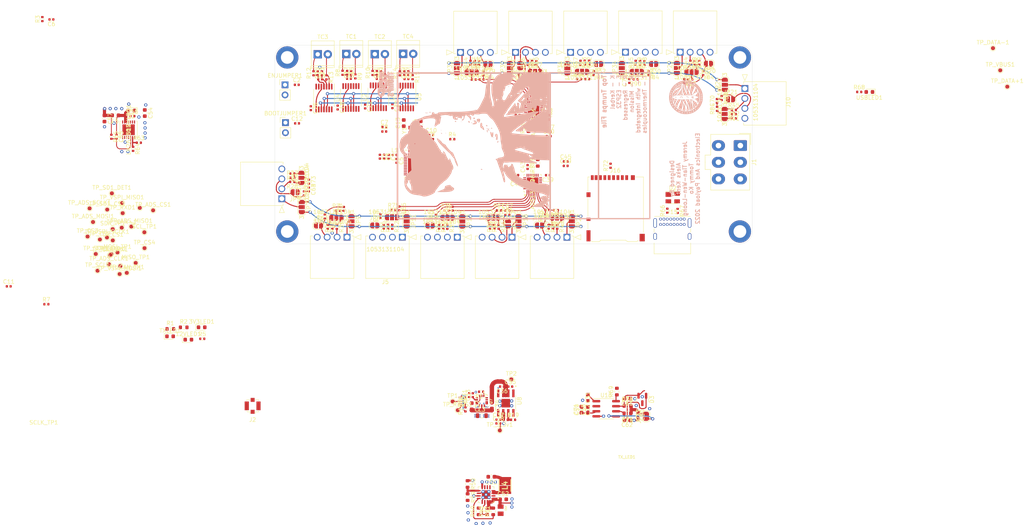
<source format=kicad_pcb>
(kicad_pcb (version 20211014) (generator pcbnew)
  (layers (0 "F.Cu" signal) (1 "In1.Cu" signal) (2 "In2.Cu" signal) (31 "B.Cu" signal) (34 "B.Paste" user) (35 "F.Paste" user) (36 "B.SilkS" user "B.Silkscreen") (37 "F.SilkS" user "F.Silkscreen") (38 "B.Mask" user) (39 "F.Mask" user) (44 "Edge.Cuts" user))
  (net 0 "")
  (net 1 "Net-(3V3LED1-Pad2)")
  (net 2 "Net-(12VLED1-Pad2)")
  (net 3 "/CHIP_PU")
  (net 4 "Net-(C5-Pad1)")
  (net 5 "/LNA_IN")
  (net 6 "Net-(C11-Pad1)")
  (net 7 "Net-(C11-Pad2)")
  (net 8 "+3V3")
  (net 9 "VBUS")
  (net 10 "Net-(C13-Pad1)")
  (net 11 "Net-(C14-Pad1)")
  (net 12 "Net-(C15-Pad2)")
  (net 13 "Net-(C16-Pad2)")
  (net 14 "Net-(C19-Pad2)")
  (net 15 "Net-(C20-Pad2)")
  (net 16 "Net-(C24-Pad2)")
  (net 17 "Net-(C27-Pad2)")
  (net 18 "Net-(C28-Pad2)")
  (net 19 "/Power/BBIN")
  (net 20 "/Power/BIAS")
  (net 21 "/Power/BBOUT")
  (net 22 "Net-(C41-Pad1)")
  (net 23 "Net-(C42-Pad1)")
  (net 24 "Net-(C43-Pad1)")
  (net 25 "Net-(C44-Pad1)")
  (net 26 "+10V")
  (net 27 "Net-(C55-Pad1)")
  (net 28 "/Boosts/FREQ")
  (net 29 "Net-(C60-Pad1)")
  (net 30 "/CAN+")
  (net 31 "/CAN-")
  (net 32 "/Data-")
  (net 33 "/Data+")
  (net 34 "+5V")
  (net 35 "RBUS_uC_V")
  (net 36 "+12V")
  (net 37 "Net-(J15-PadA5)")
  (net 40 "Net-(J15-PadB5)")
  (net 43 "/SD1_CS")
  (net 44 "/VSPI_MOSI")
  (net 45 "/VSPI_SCLK")
  (net 46 "/VSPI_MISO")
  (net 47 "/SD1_DET")
  (net 48 "Net-(JP1-Pad3)")
  (net 49 "/analogueSPI/AIN0P")
  (net 50 "Net-(JP1-Pad1)")
  (net 51 "Net-(JP2-Pad3)")
  (net 52 "Net-(JP2-Pad1)")
  (net 53 "/analogueSPI/AIN1P")
  (net 54 "Net-(JP3-Pad1)")
  (net 55 "Net-(JP3-Pad3)")
  (net 56 "Net-(JP4-Pad1)")
  (net 57 "/analogueSPI/AIN2P")
  (net 58 "Net-(JP4-Pad3)")
  (net 59 "/analogueSPI/AIN3P")
  (net 60 "/analogueSPI/AIN0N")
  (net 61 "/analogueSPI/AIN1N")
  (net 62 "Net-(J3-Pad1)")
  (net 63 "/analogueSPI/AIN2N")
  (net 64 "Net-(J4-Pad1)")
  (net 65 "/analogueSPI/AIN3N")
  (net 66 "Net-(J5-Pad1)")
  (net 67 "Net-(J6-Pad1)")
  (net 68 "Net-(JP13-Pad1)")
  (net 69 "Net-(JP13-Pad3)")
  (net 70 "/analogueSPI/AIN4P")
  (net 71 "Net-(JP14-Pad1)")
  (net 72 "Net-(JP14-Pad3)")
  (net 73 "/BOOT")
  (net 74 "/analogueSPI/AIN5P")
  (net 75 "Net-(JP15-Pad1)")
  (net 76 "Net-(R6-Pad2)")
  (net 77 "Net-(R10-Pad2)")
  (net 78 "Net-(JP15-Pad3)")
  (net 79 "/analogueSPI/AIN7P")
  (net 80 "Net-(JP16-Pad1)")
  (net 81 "Net-(JP16-Pad3)")
  (net 82 "/analogueSPI/AIN6P")
  (net 83 "/analogueSPI/AIN4N")
  (net 84 "Net-(J7-Pad1)")
  (net 85 "/analogueSPI/AIN5N")
  (net 86 "/analogueSPI/AIN7N")
  (net 87 "Net-(R21-Pad2)")
  (net 88 "/analogueSPI/AIN6N")
  (net 89 "Net-(J8-Pad1)")
  (net 90 "Net-(J9-Pad1)")
  (net 91 "Net-(J10-Pad1)")
  (net 92 "Net-(JP25-Pad1)")
  (net 93 "Net-(JP25-Pad3)")
  (net 94 "/analogueSPI/AIN11P")
  (net 95 "Net-(JP26-Pad1)")
  (net 96 "Net-(JP26-Pad3)")
  (net 97 "/analogueSPI/AIN8P")
  (net 98 "Net-(JP27-Pad1)")
  (net 99 "/SCL")
  (net 100 "/SDA")
  (net 101 "Net-(JP27-Pad3)")
  (net 102 "/analogueSPI/AIN10P")
  (net 103 "Net-(JP28-Pad1)")
  (net 104 "Net-(JP28-Pad3)")
  (net 105 "/analogueSPI/AIN9P")
  (net 106 "Net-(R60-Pad1)")
  (net 107 "/analogueSPI/AIN11N")
  (net 108 "/CAN_TX")
  (net 109 "/CAN_RX")
  (net 110 "Net-(R69-Pad1)")
  (net 111 "/analogueSPI/AIN8N")
  (net 112 "/analogueSPI/AIN10N")
  (net 113 "/TXD")
  (net 114 "/analogueSPI/AIN9N")
  (net 115 "Net-(J11-Pad1)")
  (net 116 "Net-(J12-Pad1)")
  (net 117 "Net-(J13-Pad1)")
  (net 118 "/CS3")
  (net 119 "/SCLK")
  (net 120 "/MISO")
  (net 121 "/MOSI")
  (net 122 "/CS2")
  (net 123 "/CS1")
  (net 124 "/CS0")
  (net 125 "Net-(J14-Pad1)")
  (net 126 "/CAN-BUS/Vref")
  (net 127 "Net-(L2-Pad1)")
  (net 129 "/Power/LX1")
  (net 130 "/Power/LX2")
  (net 131 "Net-(L4-Pad2)")
  (net 140 "Net-(R1-Pad2)")
  (net 141 "Net-(C23-Pad2)")
  (net 142 "Net-(R6-Pad1)")
  (net 143 "Net-(R8-Pad2)")
  (net 145 "/thermocouple0/DRDY")
  (net 146 "/thermocouple0/FAULT")
  (net 148 "/thermocouple1/DRDY")
  (net 149 "/thermocouple1/FAULT")
  (net 150 "Net-(R9-Pad1)")
  (net 151 "/thermocouple3/DRDY")
  (net 152 "/thermocouple3/FAULT")
  (net 153 "Net-(R11-Pad1)")
  (net 154 "Net-(R12-Pad2)")
  (net 155 "Net-(R13-Pad1)")
  (net 157 "Net-(R14-Pad2)")
  (net 158 "Net-(R15-Pad1)")
  (net 159 "Net-(R16-Pad2)")
  (net 160 "/Power/SEL")
  (net 161 "/Power/FBIn")
  (net 162 "Net-(R20-Pad2)")
  (net 163 "Net-(J3-Pad2)")
  (net 164 "Net-(J4-Pad2)")
  (net 165 "Net-(J5-Pad2)")
  (net 166 "Net-(J6-Pad2)")
  (net 167 "Net-(J7-Pad2)")
  (net 168 "Net-(J8-Pad2)")
  (net 169 "Net-(J9-Pad2)")
  (net 170 "Net-(J10-Pad2)")
  (net 171 "Net-(J11-Pad2)")
  (net 172 "Net-(J12-Pad2)")
  (net 173 "Net-(J13-Pad2)")
  (net 174 "/thermocouple2/DRDY")
  (net 175 "/thermocouple2/FAULT")
  (net 176 "Net-(J14-Pad2)")
  (net 177 "Net-(R58-Pad2)")
  (net 178 "Net-(R61-Pad1)")
  (net 179 "Net-(R63-Pad1)")
  (net 180 "Net-(R68-Pad2)")
  (net 181 "/ADS_CLK")
  (net 182 "/ADS_CS")
  (net 183 "/ADS_MISO")
  (net 184 "/ADS_MOSI")
  (net 185 "/ADS_SCLK")
  (net 186 "Net-(TP_RXD1-Pad1)")
  (net 216 "GND")
  (net 217 "Net-(J3-Pad3)")
  (net 218 "Net-(J4-Pad3)")
  (net 219 "Net-(J5-Pad3)")
  (net 220 "Net-(J6-Pad3)")
  (net 221 "Net-(J7-Pad3)")
  (net 222 "Net-(J8-Pad3)")
  (net 223 "Net-(J9-Pad3)")
  (net 224 "Net-(J10-Pad3)")
  (net 225 "Net-(J11-Pad3)")
  (net 226 "Net-(J12-Pad3)")
  (net 227 "Net-(J13-Pad3)")
  (net 228 "Net-(J14-Pad3)")
  (net 229 "Net-(JP1-Pad2)")
  (net 230 "Net-(JP2-Pad2)")
  (net 231 "Net-(JP3-Pad2)")
  (net 232 "Net-(JP4-Pad2)")
  (net 233 "Net-(JP13-Pad2)")
  (net 234 "Net-(JP14-Pad2)")
  (net 235 "Net-(JP15-Pad2)")
  (net 236 "Net-(JP16-Pad2)")
  (net 237 "Net-(JP25-Pad2)")
  (net 238 "Net-(JP26-Pad2)")
  (net 239 "Net-(JP27-Pad2)")
  (net 240 "Net-(JP28-Pad2)")
  (footprint "Resistor_SMD:R_0402_1005Metric" (layer "F.Cu") (at 187.66 37.05 -90)
    (fp_text reference "R87")
    (fp_text value "1k")
  )
  (footprint "TestPoint:TestPoint_Pad_D1.0mm" (layer "F.Cu") (at 44.99 84.81)
    (fp_text reference "MISO_TP1")
    (fp_text value "TestPoint")
  )
  (footprint "Capacitor_SMD:C_0402_1005Metric" (layer "F.Cu") (at 90.743235 37.058988 -90)
    (fp_text reference "C23")
    (fp_text value "0.01uF")
  )
  (footprint "Capacitor_SMD:C_0402_1005Metric" (layer "F.Cu") (at 148.63 62.74 180)
    (fp_text reference "C39")
    (fp_text value "1uF")
  )
  (footprint "Resistor_SMD:R_0402_1005Metric" (layer "F.Cu") (at 38.871918 53.06606 -90)
    (fp_text reference "R65")
    (fp_text value "150k")
  )
  (footprint "Capacitor_SMD:C_0402_1005Metric" (layer "F.Cu") (at 136.168 124.274)
    (fp_text reference "C37")
    (fp_text value "10uF")
  )
  (footprint "Package_TO_SOT_SMD:SOT-143" (layer "F.Cu") (at 180.01 68.36)
    (fp_text reference "D2")
    (fp_text value "SP0503BAHT")
  )
  (footprint "iclr:1053131104" (layer "F.Cu") (at 81.730001 68.6585 -90)
    (fp_text reference "J3")
    (fp_text value "1053131104")
  )
  (footprint "Capacitor_SMD:C_0603_1608Metric" (layer "F.Cu") (at 158.675 118.755 90)
    (fp_text reference "C31")
    (fp_text value "160pF")
  )
  (footprint "TestPoint:TestPoint_Pad_D1.0mm" (layer "F.Cu") (at 49.37 71.58)
    (fp_text reference "TP_ADS_CS1")
    (fp_text value "TestPoint")
  )
  (footprint "Capacitor_SMD:C_0402_1005Metric" (layer "F.Cu") (at 106.39 58.08 -90)
    (fp_text reference "C1")
    (fp_text value "10uF")
  )
  (footprint "Jumper:SolderJumper-2_P1.3mm_Open_RoundedPad1.0x1.5mm" (layer "F.Cu") (at 141.68 35.17 90)
    (fp_text reference "JP31")
    (fp_text value "SolderJumper_2_Open")
  )
  (footprint "Resistor_SMD:R_0402_1005Metric" (layer "F.Cu") (at 195.36 47.36 180)
    (fp_text reference "R41")
    (fp_text value "6.2k")
  )
  (footprint "Resistor_SMD:R_0402_1005Metric" (layer "F.Cu") (at 170.68 38.59 180)
    (fp_text reference "R90")
    (fp_text value "1k")
  )
  (footprint "iclr:1053131104" (layer "F.Cu") (at 154.3215 31.810001 180)
    (fp_text reference "J14")
    (fp_text value "1053131104")
  )
  (footprint "Resistor_SMD:R_0402_1005Metric" (layer "F.Cu") (at 150.96 75.71 -90)
    (fp_text reference "R43")
    (fp_text value "32k")
  )
  (footprint "Capacitor_SMD:C_0402_1005Metric" (layer "F.Cu") (at 119.26 53.66)
    (fp_text reference "C9")
    (fp_text value "0.1uF")
  )
  (footprint "Resistor_SMD:R_0402_1005Metric" (layer "F.Cu") (at 109.79 71.51)
    (fp_text reference "R75")
    (fp_text value "1k")
  )
  (footprint "iclr:1053131104" (layer "F.Cu") (at 126.6515 31.840001 180)
    (fp_text reference "J11")
    (fp_text value "1053131104")
  )
  (footprint "Capacitor_SMD:C_0402_1005Metric" (layer "F.Cu") (at 153.1 60.39)
    (fp_text reference "C49")
    (fp_text value "100nF")
  )
  (footprint "TestPoint:TestPoint_Pad_D1.0mm" (layer "F.Cu") (at 37.83 71.39)
    (fp_text reference "TP_SD1_CS1")
    (fp_text value "TestPoint")
  )
  (footprint "Capacitor_SMD:C_0402_1005Metric" (layer "F.Cu") (at 131.97 38.66)
    (fp_text reference "C71")
    (fp_text value "10nF")
  )
  (footprint "Resistor_SMD:R_0402_1005Metric" (layer "F.Cu") (at 114.61 38.07 -90)
    (fp_text reference "R15")
    (fp_text value "100")
  )
  (footprint "Resistor_SMD:R_0402_1005Metric" (layer "F.Cu") (at 184.48 38.59 180)
    (fp_text reference "R83")
    (fp_text value "1k")
  )
  (footprint "TestPoint:TestPoint_Pad_D1.0mm" (layer "F.Cu") (at 262.36 36.34)
    (fp_text reference "TP_VBUS1")
    (fp_text value "TestPoint")
  )
  (footprint "Resistor_SMD:R_0402_1005Metric" (layer "F.Cu") (at 172.87 34.46 90)
    (fp_text reference "R49")
    (fp_text value "12k")
  )
  (footprint "Capacitor_SMD:C_0402_1005Metric" (layer "F.Cu") (at 44.171918 47.85606)
    (fp_text reference "C56")
    (fp_text value "1uF")
  )
  (footprint "Jumper:SolderJumper-3_P1.3mm_Open_RoundedPad1.0x1.5mm_NumberLabels" (layer "F.Cu") (at 154.64 74.34 -90)
    (fp_text reference "JP22")
    (fp_text value "SolderJumper_3_Open")
  )
  (footprint "MountingHole:MountingHole_3.2mm_M3_DIN965_Pad" (layer "F.Cu") (at 83.1 33.1)
    (fp_text reference "H1" hide)
    (fp_text value "MountingHole_Pad")
  )
  (footprint "Package_SO:TSSOP-14_4.4x5mm_P0.65mm" (layer "F.Cu") (at 99.1 43.177502 -90)
    (fp_text reference "U2")
    (fp_text value "MAX31856")
  )
  (footprint "TestPoint:TestPoint_Pad_D1.0mm" (layer "F.Cu") (at 35.99 78.92)
    (fp_text reference "TP_CS2")
    (fp_text value "TestPoint")
  )
  (footprint "Jumper:SolderJumper-3_P1.3mm_Open_RoundedPad1.0x1.5mm_NumberLabels" (layer "F.Cu") (at 95.45 73.45 180)
    (fp_text reference "JP2")
    (fp_text value "SolderJumper_3_Open")
  )
  (footprint "TestPoint:TestPoint_Pad_D1.0mm" (layer "F.Cu") (at 35.4 86.77)
    (fp_text reference "TP_SCL1")
    (fp_text value "TestPoint")
  )
  (footprint "Capacitor_SMD:C_0603_1608Metric" (layer "F.Cu") (at 168.597797 118.966131 180)
    (fp_text reference "C74")
    (fp_text value "220pF")
  )
  (footprint "Jumper:SolderJumper-2_P1.3mm_Open_RoundedPad1.0x1.5mm" (layer "F.Cu") (at 194.55 43.64)
    (fp_text reference "JP21")
    (fp_text value "SolderJumper_2_Open")
  )
  (footprint "Capacitor_SMD:C_0402_1005Metric" (layer "F.Cu") (at 113.06 38.51)
    (fp_text reference "C28")
    (fp_text value "0.1uF")
  )
  (footprint "Jumper:SolderJumper-2_P1.3mm_Open_RoundedPad1.0x1.5mm" (layer "F.Cu") (at 105.1 75.39)
    (fp_text reference "JP8")
    (fp_text value "SolderJumper_2_Open")
  )
  (footprint "Capacitor_SMD:C_0402_1005Metric" (layer "F.Cu") (at 137.088 115.934 180)
    (fp_text reference "C36")
    (fp_text value "4.7uF")
  )
  (footprint "Resistor_SMD:R_0402_1005Metric" (layer "F.Cu") (at 93.25 75.74 -90)
    (fp_text reference "R25")
    (fp_text value "12k")
  )
  (footprint "Resistor_SMD:R_0402_1005Metric" (layer "F.Cu") (at 148 73.07 90)
    (fp_text reference "R86")
    (fp_text value "1k")
  )
  (footprint "TestPoint:TestPoint_Pad_D1.0mm" (layer "F.Cu") (at 47.21 81.09)
    (fp_text reference "TP_CS4")
    (fp_text value "TestPoint")
  )
  (footprint "Capacitor_SMD:C_0402_1005Metric" (layer "F.Cu") (at 140.67 62.71 180)
    (fp_text reference "C41")
    (fp_text value "0.1uF")
  )
  (footprint "Resistor_SMD:R_0603_1608Metric" (layer "F.Cu") (at 165.963448 117.185649 90)
    (fp_text reference "R69")
    (fp_text value "0")
  )
  (footprint "Resistor_SMD:R_0402_1005Metric" (layer "F.Cu") (at 104.56 37.01 90)
    (fp_text reference "R10")
    (fp_text value "100")
  )
  (footprint "Resistor_SMD:R_0603_1608Metric" (layer "F.Cu") (at 146.07 59.62 90)
    (fp_text reference "R20")
    (fp_text value "R_Small")
  )
  (footprint "Resistor_SMD:R_0402_1005Metric" (layer "F.Cu") (at 120.5 73.12 90)
    (fp_text reference "R80")
    (fp_text value "1k")
  )
  (footprint "Resistor_SMD:R_0402_1005Metric" (layer "F.Cu") (at 84.36 63.37)
    (fp_text reference "R22")
    (fp_text value "6.2k")
  )
  (footprint "Resistor_SMD:R_0402_1005Metric" (layer "F.Cu") (at 158.98 34.41 90)
    (fp_text reference "R53")
    (fp_text value "12k")
  )
  (footprint "Capacitor_SMD:C_0402_1005Metric" (layer "F.Cu") (at 102.68 45.45 -90)
    (fp_text reference "C22")
    (fp_text value "0.1uF")
  )
  (footprint "iclr:SOIC127P599X175-9N" (layer "F.Cu") (at 138.037508 120.102814 -90)
    (fp_text reference "U8")
    (fp_text value "SC4215")
  )
  (footprint "iclr:1053131104" (layer "F.Cu") (at 181.8915 31.780001 180)
    (fp_text reference "J9")
    (fp_text value "1053131104")
  )
  (footprint "Resistor_SMD:R_0402_1005Metric" (layer "F.Cu") (at 186.65 34.42 90)
    (fp_text reference "R40")
    (fp_text value "12k")
  )
  (footprint "Resistor_SMD:R_0402_1005Metric" (layer "F.Cu") (at 144.01 38.6 180)
    (fp_text reference "R91")
    (fp_text value "1k")
  )
  (footprint "Resistor_SMD:R_0402_1005Metric" (layer "F.Cu") (at 156.48 38.53)
    (fp_text reference "R92")
    (fp_text value "1k")
  )
  (footprint "Capacitor_SMD:C_0402_1005Metric" (layer "F.Cu") (at 85.49 39.99)
    (fp_text reference "C2")
    (fp_text value "0.1uF")
  )
  (footprint "Inductor_SMD:L_0805_2012Metric" (layer "F.Cu") (at 132.015566 123.251961)
    (fp_text reference "L3")
    (fp_text value "1uH")
  )
  (footprint "Connector_Coaxial:U.FL_Molex_MCRF_73412-0110_Vertical" (layer "F.Cu") (at 74.39 120.78)
    (fp_text reference "J2")
    (fp_text value "Conn_Coaxial")
  )
  (footprint "LED_SMD:LED_0603_1608Metric" (layer "F.Cu") (at 61.575 101.01)
    (fp_text reference "3V3LED1")
    (fp_text value "3V3LED")
  )
  (footprint "Resistor_SMD:R_0402_1005Metric" (layer "F.Cu") (at 95.83 71.66)
    (fp_text reference "R74")
    (fp_text value "1k")
  )
  (footprint "Resistor_SMD:R_0603_1608Metric" (layer "F.Cu") (at 134.88 147.34 90)
    (fp_text reference "R61")
    (fp_text value "1M")
  )
  (footprint "Resistor_SMD:R_0603_1608Metric" (layer "F.Cu") (at 53.69 101.43)
    (fp_text reference "R1")
    (fp_text value "470")
  )
  (footprint "Jumper:SolderJumper-2_P1.3mm_Open_RoundedPad1.0x1.5mm" (layer "F.Cu") (at 85.08 67.01 180)
    (fp_text reference "JP5")
    (fp_text value "SolderJumper_2_Open")
  )
  (footprint "Resistor_SMD:R_0402_1005Metric" (layer "F.Cu") (at 181.24 71.72 -90)
    (fp_text reference "R67")
    (fp_text value "5.1k")
  )
  (footprint "Capacitor_SMD:C_0603_1608Metric" (layer "F.Cu") (at 129.472377 120.871856 -90)
    (fp_text reference "C32")
    (fp_text value "10uF")
  )
  (footprint "Capacitor_SMD:C_0402_1005Metric" (layer "F.Cu") (at 124.64 71.15 90)
    (fp_text reference "C66")
    (fp_text value "10nF")
  )
  (footprint "Capacitor_SMD:C_0402_1005Metric" (layer "F.Cu") (at 91.353235 38.588988)
    (fp_text reference "C24")
    (fp_text value "0.1uF")
  )
  (footprint "Capacitor_SMD:C_0402_1005Metric" (layer "F.Cu") (at 146.38 50.23 -90)
    (fp_text reference "C44")
    (fp_text value "1uF")
  )
  (footprint "Resistor_SMD:R_0402_1005Metric" (layer "F.Cu") (at 122.3 75.73 90)
    (fp_text reference "R29")
    (fp_text value "6.2k")
  )
  (footprint "Capacitor_SMD:C_0402_1005Metric" (layer "F.Cu") (at 40.181918 53.04606 -90)
    (fp_text reference "C55")
    (fp_text value "4.7pF")
  )
  (footprint "Resistor_SMD:R_0402_1005Metric" (layer "F.Cu") (at 191.17 46.04 90)
    (fp_text reference "R84")
    (fp_text value "1k")
  )
  (footprint "Jumper:SolderJumper-3_P1.3mm_Open_RoundedPad1.0x1.5mm_NumberLabels" (layer "F.Cu") (at 157.22 36.71)
    (fp_text reference "JP28")
    (fp_text value "SolderJumper_3_Open")
  )
  (footprint "Capacitor_SMD:C_0402_1005Metric" (layer "F.Cu") (at 158.703448 121.745649 90)
    (fp_text reference "C58")
    (fp_text value "100nF")
  )
  (footprint "Resistor_SMD:R_0402_1005Metric" (layer "F.Cu") (at 89.703235 37.078988 90)
    (fp_text reference "R12")
    (fp_text value "100")
  )
  (footprint "Capacitor_SMD:C_0402_1005Metric" (layer "F.Cu") (at 107.48 51.74)
    (fp_text reference "C8")
    (fp_text value "10nF")
  )
  (footprint "Resistor_SMD:R_0402_1005Metric" (layer "F.Cu") (at 131.828 117.234 180)
    (fp_text reference "R17")
    (fp_text value "14k")
  )
  (footprint "Jumper:SolderJumper-3_P1.3mm_Open_RoundedPad1.0x1.5mm_NumberLabels" (layer "F.Cu") (at 86.67 63.4 90)
    (fp_text reference "JP1")
    (fp_text value "SolderJumper_3_Open")
  )
  (footprint "Resistor_SMD:R_0402_1005Metric" (layer "F.Cu") (at 145.71 34.47 90)
    (fp_text reference "R51")
    (fp_text value "12k")
  )
  (footprint "Inductor_SMD:L_0402_1005Metric" (layer "F.Cu") (at 110.12 57.64)
    (fp_text reference "L1")
    (fp_text value "2.0nH")
  )
  (footprint "Capacitor_SMD:C_0402_1005Metric" (layer "F.Cu") (at 191.14 44.05 90)
    (fp_text reference "C70")
    (fp_text value "10nF")
  )
  (footprint "Resistor_SMD:R_0402_1005Metric" (layer "F.Cu") (at 61.725 103.9)
    (fp_text reference "R5")
    (fp_text value "3k")
  )
  (footprint "Capacitor_SMD:C_0402_1005Metric" (layer "F.Cu") (at 119.27 52.62)
    (fp_text reference "C10")
    (fp_text value "0.1uF")
  )
  (footprint "Jumper:SolderJumper-3_P1.3mm_Open_RoundedPad1.0x1.5mm_NumberLabels" (layer "F.Cu") (at 99.24 74.34 -90)
    (fp_text reference "JP9")
    (fp_text value "SolderJumper_3_Open")
  )
  (footprint "Capacitor_SMD:C_0603_1608Metric" (layer "F.Cu") (at 157.075 121.745 90)
    (fp_text reference "C71")
    (fp_text value "100nF")
  )
  (footprint "Resistor_SMD:R_0402_1005Metric" (layer "F.Cu") (at 45.781918 54.56606)
    (fp_text reference "R63")
    (fp_text value "300k")
  )
  (footprint "Resistor_SMD:R_0402_1005Metric" (layer "F.Cu") (at 84.37 62.33 180)
    (fp_text reference "R23")
    (fp_text value "12k")
  )
  (footprint "Resistor_SMD:R_0402_1005Metric" (layer "F.Cu") (at 164.38 60.355 90)
    (fp_text reference "R72")
    (fp_text value "10k")
  )
  (footprint "iclr:CONV_MAX77827AEFD+T" (layer "F.Cu") (at 132.010926 119.504 -90)
    (fp_text reference "U7")
    (fp_text value "MAX77827AEFD+T")
  )
  (footprint "Resistor_SMD:R_0402_1005Metric" (layer "F.Cu") (at 92.56 73.16 90)
    (fp_text reference "R78")
    (fp_text value "1k")
  )
  (footprint "Resistor_SMD:R_0402_1005Metric" (layer "F.Cu") (at 136.26 75.71 -90)
    (fp_text reference "R36")
    (fp_text value "32k")
  )
  (footprint "Resistor_SMD:R_0402_1005Metric" (layer "F.Cu") (at 94.39 75.74 90)
    (fp_text reference "R24")
    (fp_text value "6.2k")
  )
  (footprint "Resistor_SMD:R_0402_1005Metric" (layer "F.Cu") (at 195.38 46.32)
    (fp_text reference "R45")
    (fp_text value "32k")
  )
  (footprint "Jumper:SolderJumper-2_P1.3mm_Open_RoundedPad1.0x1.5mm" (layer "F.Cu") (at 146.53 75.39)
    (fp_text reference "JP19")
    (fp_text value "SolderJumper_2_Open")
  )
  (footprint "TestPoint:TestPoint_Pad_D1.0mm" (layer "F.Cu") (at 37.77 78.41)
    (fp_text reference "TP_VSPI_SCLK1")
    (fp_text value "TestPoint")
  )
  (footprint "Resistor_SMD:R_0402_1005Metric" (layer "F.Cu") (at 92.953235 38.098988 -90)
    (fp_text reference "R13")
    (fp_text value "100")
  )
  (footprint "Capacitor_SMD:C_0402_1005Metric" (layer "F.Cu") (at 23.8 23.5385 180)
    (fp_text reference "C6")
    (fp_text value "1uF")
  )
  (footprint "Resistor_SMD:R_0402_1005Metric" (layer "F.Cu") (at 21.52 23.45 90)
    (fp_text reference "R3")
    (fp_text value "10K")
  )
  (footprint "Jumper:SolderJumper-3_P1.3mm_Open_RoundedPad1.0x1.5mm_NumberLabels" (layer "F.Cu") (at 123.39 73.44 180)
    (fp_text reference "JP4")
    (fp_text value "SolderJumper_3_Open")
  )
  (footprint "Resistor_SMD:R_0402_1005Metric" (layer "F.Cu") (at 88.52 64.36 -90)
    (fp_text reference "R73")
    (fp_text value "1k")
  )
  (footprint "Resistor_SMD:R_0402_1005Metric" (layer "F.Cu") (at 44.331918 56.10606 -90)
    (fp_text reference "R64")
    (fp_text value "100k")
  )
  (footprint "Resistor_SMD:R_0402_1005Metric" (layer "F.Cu") (at 138.015285 124.284)
    (fp_text reference "R18")
    (fp_text value "56k")
  )
  (footprint "Jumper:SolderJumper-3_P1.3mm_Open_RoundedPad1.0x1.5mm_NumberLabels" (layer "F.Cu") (at 150.94 73.39 180)
    (fp_text reference "JP14")
    (fp_text value "SolderJumper_3_Open")
  )
  (footprint "Jumper:SolderJumper-2_P1.3mm_Open_RoundedPad1.0x1.5mm" (layer "F.Cu") (at 173.293448 123.405649 90)
    (fp_text reference "JP37")
    (fp_text value "TermJP")
  )
  (footprint "Capacitor_SMD:C_0402_1005Metric" (layer "F.Cu") (at 88.51 66.32 -90)
    (fp_text reference "C63")
    (fp_text value "10nF")
  )
  (footprint "TestPoint:TestPoint_Pad_D1.0mm" (layer "F.Cu") (at 41.72 72.29)
    (fp_text reference "TP_RXD1")
    (fp_text value "TestPoint")
  )
  (footprint "Jumper:SolderJumper-3_P1.3mm_Open_RoundedPad1.0x1.5mm_NumberLabels" (layer "F.Cu") (at 170.98 36.73)
    (fp_text reference "JP26")
    (fp_text value "SolderJumper_3_Open")
  )
  (footprint "Package_SO:TSSOP-14_4.4x5mm_P0.65mm" (layer "F.Cu") (at 112.82 43.05 -90)
    (fp_text reference "U5")
    (fp_text value "MAX31856")
  )
  (footprint "TestPoint:TestPoint_Pad_D1.0mm" (layer "F.Cu") (at 39 67.3)
    (fp_text reference "TP_SD1_DET1")
    (fp_text value "TestPoint")
  )
  (footprint "Inductor_SMD:L_0603_1608Metric" (layer "F.Cu") (at 39.871918 47.67606 180)
    (fp_text reference "L5")
    (fp_text value "4.7uH")
  )
  (footprint "Package_SO:TSSOP-14_4.4x5mm_P0.65mm" (layer "F.Cu") (at 92.323235 43.303237 -90)
    (fp_text reference "U4")
    (fp_text value "MAX31856")
  )
  (footprint "Capacitor_SMD:C_0402_1005Metric" (layer "F.Cu") (at 113.53 37.06 90)
    (fp_text reference "C29")
    (fp_text value "0.01uF")
  )
  (footprint "Jumper:SolderJumper-3_P1.3mm_Open_RoundedPad1.0x1.5mm_NumberLabels" (layer "F.Cu") (at 134.91 73.41 180)
    (fp_text reference "JP13")
    (fp_text value "SolderJumper_3_Open")
  )
  (footprint "iclr:1053131104" (layer "F.Cu") (at 140.4915 31.820001 180)
    (fp_text reference "J13")
    (fp_text value "1053131104")
  )
  (footprint "Resistor_SMD:R_0402_1005Metric" (layer "F.Cu") (at 192.31 43.32 -90)
    (fp_text reference "R88")
    (fp_text value "1k")
  )
  (footprint "Capacitor_SMD:C_0402_1005Metric" (layer "F.Cu") (at 106.64 37.01 90)
    (fp_text reference "C21")
    (fp_text value "0.01uF")
  )
  (footprint "Capacitor_SMD:C_0402_1005Metric" (layer "F.Cu") (at 143.52 60.67 90)
    (fp_text reference "C43")
    (fp_text value "1uF")
  )
  (footprint "Resistor_SMD:R_0402_1005Metric" (layer "F.Cu") (at 171.79 34.46 -90)
    (fp_text reference "R48")
    (fp_text value "6.2k")
  )
  (footprint "iclr:INDPM3030X200N" (layer "F.Cu") (at 137.838581 140.818579 -90)
    (fp_text reference "L4")
    (fp_text value "6.8uH" hide)
  )
  (footprint "Resistor_SMD:R_0402_1005Metric" (layer "F.Cu") (at 148.82 75.72 -90)
    (fp_text reference "R38")
    (fp_text value "12k")
  )
  (footprint "Package_SO:SOIC-8_3.9x4.9mm_P1.27mm" (layer "F.Cu") (at 163.28 121.51)
    (fp_text reference "U13")
    (fp_text value "SN65HVD230")
  )
  (footprint "Resistor_SMD:R_0603_1608Metric" (layer "F.Cu") (at 143.76 50.9 90)
    (fp_text reference "R21")
    (fp_text value "R_Small")
  )
  (footprint "TestPoint:TestPoint_Pad_D1.0mm" (layer "F.Cu") (at 139.43 114.11)
    (fp_text reference "TP2")
    (fp_text value "TestPoint")
  )
  (footprint "Resistor_SMD:R_0402_1005Metric" (layer "F.Cu") (at 143.59 34.48 90)
    (fp_text reference "R56")
    (fp_text value "32k")
  )
  (footprint "Resistor_SMD:R_0402_1005Metric" (layer "F.Cu") (at 95.56 75.74 -90)
    (fp_text reference "R31")
    (fp_text value "32k")
  )
  (footprint "TestPoint:TestPoint_Pad_D1.0mm" (layer "F.Cu") (at 38.52 82.87)
    (fp_text reference "TP_CAN_RX1")
    (fp_text value "TestPoint")
  )
  (footprint "Resistor_SMD:R_0402_1005Metric" (layer "F.Cu") (at 141.83 37.38 180)
    (fp_text reference "R95")
    (fp_text value "1k")
  )
  (footprint "Resistor_SMD:R_0402_1005Metric" (layer "F.Cu") (at 144.65 34.48 -90)
    (fp_text reference "R50")
    (fp_text value "6.2k")
  )
  (footprint "Capacitor_SMD:C_0402_1005Metric" (layer "F.Cu") (at 95.77 45.707502 -90)
    (fp_text reference "C18")
    (fp_text value "0.1uF")
  )
  (footprint "Capacitor_SMD:C_0402_1005Metric" (layer "F.Cu") (at 98.141526 36.977502 -90)
    (fp_text reference "C15")
    (fp_text value "0.01uF")
  )
  (footprint "Resistor_SMD:R_0603_1608Metric" (layer "F.Cu") (at 168.614398 120.795649)
    (fp_text reference "R70")
    (fp_text value "60")
  )
  (footprint "Resistor_SMD:R_0402_1005Metric" (layer "F.Cu") (at 121.27 75.72 -90)
    (fp_text reference "R30")
    (fp_text value "12k")
  )
  (footprint "Capacitor_SMD:C_0402_1005Metric" (layer "F.Cu") (at 109.53 45.37 -90)
    (fp_text reference "C30")
    (fp_text value "0.1uF")
  )
  (footprint "Capacitor_SMD:C_0603_1608Metric" (layer "F.Cu") (at 158.655 121.805 90)
    (fp_text reference "C72")
    (fp_text value "10uF")
  )
  (footprint "Jumper:SolderJumper-2_P1.3mm_Open_RoundedPad1.0x1.5mm" (layer "F.Cu") (at 189 34.69 180)
    (fp_text reference "JP20")
    (fp_text value "SolderJumper_2_Open")
  )
  (footprint "Package_TO_SOT_SMD:SOT-23" (layer "F.Cu") (at 172.365295 119.174113 -90)
    (fp_text reference "D3")
    (fp_text value "SM712_SOT23")
  )
  (footprint "Package_DFN_QFN:QFN-56-1EP_7x7mm_P0.4mm_EP5.6x5.6mm" (layer "F.Cu") (at 116.26 60.04)
    (fp_text reference "U1")
    (fp_text value "ESP32-S3")
  )
  (footprint "Resistor_SMD:R_0603_1608Metric" (layer "F.Cu") (at 128.428581 140.448579 -90)
    (fp_text reference "R58")
    (fp_text value "2.184M")
  )
  (footprint "iclr:1053131104" (layer "F.Cu") (at 153.4185 78.35)
    (fp_text reference "J8")
    (fp_text value "1053131104")
  )
  (footprint "MountingHole:MountingHole_3.2mm_M3_DIN965_Pad" (layer "F.Cu") (at 196.9 33.1)
    (fp_text reference "H3" hide)
    (fp_text value "MountingHole_Pad")
  )
  (footprint "iclr:CAPC2012X145N" (layer "F.Cu") (at 136.74 147.03 -90)
    (fp_text reference "C53")
    (fp_text value "100uF")
  )
  (footprint "Diode_SMD:D_0603_1608Metric" (layer "F.Cu") (at 43.871918 46.46606 180)
    (fp_text reference "D1")
    (fp_text value "3A")
  )
  (footprint "Capacitor_SMD:C_0603_1608Metric" (layer "F.Cu") (at 168.597797 124.416131 180)
    (fp_text reference "C75")
    (fp_text value "220 pF")
  )
  (footprint "Capacitor_SMD:C_0402_1005Metric" (layer "F.Cu") (at 98.611526 38.437502)
    (fp_text reference "C16")
    (fp_text value "0.1uF")
  )
  (footprint "Jumper:SolderJumper-3_P1.3mm_Open_RoundedPad1.0x1.5mm_NumberLabels" (layer "F.Cu") (at 193.06 47.33 -90)
    (fp_text reference "JP16")
    (fp_text value "SolderJumper_3_Open")
  )
  (footprint "TerminalBlock_TE-Connectivity:TerminalBlock_TE_282834-2_1x02_P2.54mm_Horizontal" (layer "F.Cu") (at 112.22 32.2)
    (fp_text reference "TC4")
    (fp_text value "Thermocouple")
  )
  (footprint "TestPoint:TestPoint_Pad_D1.0mm" (layer "F.Cu") (at 40.955 87.61)
    (fp_text reference "TP_VSPI_MOSI1")
    (fp_text value "TestPoint")
  )
  (footprint "Resistor_SMD:R_0603_1608Metric" (layer "F.Cu") (at 57.055 101.03)
    (fp_text reference "R2")
    (fp_text value "470")
  )
  (footprint "TestPoint:TestPoint_Pad_D1.0mm" (layer "F.Cu") (at 38.87 82.6)
    (fp_text reference "TP_CAN+1")
    (fp_text value "TestPoint")
  )
  (footprint "TerminalBlock_TE-Connectivity:TerminalBlock_TE_282834-2_1x02_P2.54mm_Horizontal" (layer "F.Cu") (at 105.11 32.26)
    (fp_text reference "TC2")
    (fp_text value "Thermocouple")
  )
  (footprint "Resistor_SMD:R_0402_1005Metric" (layer "F.Cu") (at 127.888 121.676 90)
    (fp_text reference "R16")
    (fp_text value "10k")
  )
  (footprint "Jumper:SolderJumper-3_P1.3mm_Open_RoundedPad1.0x1.5mm_NumberLabels" (layer "F.Cu") (at 153.51 35.84 90)
    (fp_text reference "JP36")
    (fp_text value "SolderJumper_3_Open")
  )
  (footprint "Resistor_SMD:R_0402_1005Metric" (layer "F.Cu") (at 123.1 71.6)
    (fp_text reference "R76")
    (fp_text value "1k")
  )
  (footprint "iclr:ADS131M06IRSNR" (layer "F.Cu") (at 145.02 46.3 -90)
    (fp_text reference "U10")
    (fp_text value "ADS131M06IRSNR")
  )
  (footprint "Capacitor_SMD:C_0402_1005Metric" (layer "F.Cu") (at 13.07 90.7)
    (fp_text reference "C11")
    (fp_text value "4.2pF")
  )
  (footprint "Jumper:SolderJumper-3_P1.3mm_Open_RoundedPad1.0x1.5mm_NumberLabels" (layer "F.Cu") (at 145.42 36.74)
    (fp_text reference "JP27")
    (fp_text value "SolderJumper_3_Open")
  )
  (footprint "Capacitor_SMD:C_0402_1005Metric" (layer "F.Cu") (at 107.52 50.6)
    (fp_text reference "C7")
    (fp_text value "1uF")
  )
  (footprint "Resistor_SMD:R_0603_1608Metric" (layer "F.Cu") (at 128.445 143.748579 -90)
    (fp_text reference "R59")
    (fp_text value "390k")
  )
  (footprint "Resistor_SMD:R_0402_1005Metric" (layer "F.Cu") (at 135.1385 75.7 90)
    (fp_text reference "R34")
    (fp_text value "6.2k")
  )
  (footprint "LED_SMD:LED_0603_1608Metric" (layer "F.Cu") (at 58.2275 104.12)
    (fp_text reference "12VLED1")
    (fp_text value "12V_LED")
  )
  (footprint "Capacitor_SMD:C_0402_1005Metric" (layer "F.Cu") (at 182.94 39.04 -90)
    (fp_text reference "C69")
    (fp_text value "10nF")
  )
  (footprint "Capacitor_SMD:C_0402_1005Metric" (layer "F.Cu") (at 139.167508 115.937814)
    (fp_text reference "C35")
    (fp_text value "10uF")
  )
  (footprint "Resistor_SMD:R_0402_1005Metric" (layer "F.Cu") (at 131.3 34.46 90)
    (fp_text reference "R47")
    (fp_text value "12k")
  )
  (footprint "TestPoint:TestPoint_Pad_D1.0mm" (layer "F.Cu") (at 34.95 82.56)
    (fp_text reference "TP_SDA1")
    (fp_text value "TestPoint")
  )
  (footprint "Capacitor_SMD:C_0402_1005Metric" (layer "F.Cu") (at 129.748 118.094 90)
    (fp_text reference "C33")
    (fp_text value "1uF")
  )
  (footprint "Connector_Card:microSD_HC_Hirose_DM3AT-SF-PEJM5" (layer "F.Cu") (at 165.66 71.065)
    (fp_text reference "J16")
    (fp_text value "Micro_SD_Card_Det")
  )
  (footprint "Resistor_SMD:R_0402_1005Metric" (layer "F.Cu") (at 97.001526 36.967502 90)
    (fp_text reference "R8")
    (fp_text value "100")
  )
  (footprint "Resistor_SMD:R_0402_1005Metric" (layer "F.Cu") (at 134.0585 75.7 -90)
    (fp_text reference "R35")
    (fp_text value "12k")
  )
  (footprint "Jumper:SolderJumper-3_P1.3mm_Open_RoundedPad1.0x1.5mm_NumberLabels" (layer "F.Cu") (at 141.23 74.35 -90)
    (fp_text reference "JP18")
    (fp_text value "SolderJumper_3_Open")
  )
  (footprint "Capacitor_SMD:C_0402_1005Metric" (layer "F.Cu") (at 107.45 58.08 -90)
    (fp_text reference "C3")
    (fp_text value "1uF")
  )
  (footprint "Capacitor_SMD:C_0603_1608Metric" (layer "F.Cu") (at 134.543 120.684 -90)
    (fp_text reference "C34")
    (fp_text value "22uF")
  )
  (footprint "iclr:1053131104" (layer "F.Cu") (at 125.85 78.34)
    (fp_text reference "J6")
    (fp_text value "1053131104")
  )
  (footprint "Resistor_SMD:R_0402_1005Metric" (layer "F.Cu") (at 226.9 41.78)
    (fp_text reference "R68")
    (fp_text value "470")
  )
  (footprint "Resistor_SMD:R_0402_1005Metric" (layer "F.Cu") (at 136.33 71.59)
    (fp_text reference "R81")
    (fp_text value "1k")
  )
  (footprint "Jumper:SolderJumper-3_P1.3mm_Open_RoundedPad1.0x1.5mm_NumberLabels" (layer "F.Cu") (at 113.12 74.37 -90)
    (fp_text reference "JP11")
    (fp_text value "SolderJumper_3_Open")
  )
  (footprint "iclr:QFN65P400X400X100-17N" (layer "F.Cu") (at 133.083581 143.118579 180)
    (fp_text reference "U11")
    (fp_text value "TPS61092RSAR")
  )
  (footprint "Resistor_SMD:R_0402_1005Metric" (layer "F.Cu") (at 123.34 75.73 -90)
    (fp_text reference "R33")
    (fp_text value "32k")
  )
  (footprint "Capacitor_SMD:C_0402_1005Metric" (layer "F.Cu") (at 99.141526 36.977502 90)
    (fp_text reference "C17")
    (fp_text value "0.01uF")
  )
  (footprint "Jumper:SolderJumper-3_P1.3mm_Open_RoundedPad1.0x1.5mm_NumberLabels" (layer "F.Cu") (at 139.08 35.79 90)
    (fp_text reference "JP35")
    (fp_text value "SolderJumper_3_Open")
  )
  (footprint "Capacitor_SMD:C_0603_1608Metric" (layer "F.Cu") (at 116.64 49.94 90)
    (fp_text reference "C14")
    (fp_text value "C")
  )
  (footprint "Capacitor_SMD:C_0402_1005Metric" (layer "F.Cu") (at 157.103448 121.795649 90)
    (fp_text reference "C59")
    (fp_text value "10uF")
  )
  (footprint "TestPoint:TestPoint_Pad_D1.0mm" (layer "F.Cu") (at 41.48 75.94)
    (fp_text reference "TP_CAN-1")
    (fp_text value "TestPoint")
  )
  (footprint "TestPoint:TestPoint_Pad_D1.0mm" (layer "F.Cu") (at 40.41 82.18)
    (fp_text reference "MOSI_TP1")
    (fp_text value "TestPoint")
  )
  (footprint "TestPoint:TestPoint_Pad_D1.0mm" (layer "F.Cu") (at 47.17 77.1)
    (fp_text reference "SCL_TP1")
    (fp_text value "TestPoint")
  )
  (footprint "iclr:1053131104" (layer "F.Cu") (at 112.03 78.33)
    (fp_text reference "J5")
    (fp_text value "1053131104")
  )
  (footprint "Resistor_SMD:R_0402_1005Metric" (layer "F.Cu") (at 130.24 34.46 -90)
    (fp_text reference "R46")
    (fp_text value "6.2k")
  )
  (footprint "Jumper:SolderJumper-2_P1.3mm_Open_RoundedPad1.0x1.5mm" (layer "F.Cu") (at 119.01 75.4)
    (fp_text reference "JP10")
    (fp_text value "SolderJumper_2_Open")
  )
  (footprint "Capacitor_SMD:C_0402_1005Metric" (layer "F.Cu") (at 148.826501 52.905075)
    (fp_text reference "C50")
    (fp_text value "100nF")
  )
  (footprint "Connector_Molex:Molex_Mini-Fit_Jr_5566-06A_2x03_P4.20mm_Vertical" (layer "F.Cu") (at 197.01 55.28 -90)
    (fp_text reference "J1")
    (fp_text value "RBUS")
  )
  (footprint "Jumper:SolderJumper-3_P1.3mm_Open_RoundedPad1.0x1.5mm_NumberLabels" (layer "F.Cu") (at 129.46 36.82)
    (fp_text reference "JP25")
    (fp_text value "SolderJumper_3_Open")
  )
  (footprint "Capacitor_SMD:C_0402_1005Metric" (layer "F.Cu") (at 168.533448 124.395649 180)
    (fp_text reference "C62")
    (fp_text value "220 pF")
  )
  (footprint "Crystal:Crystal_SMD_2016-4Pin_2.0x1.6mm" (layer "F.Cu") (at 114.52 51.46 90)
    (fp_text reference "Y1")
    (fp_text value "40MHz±10ppm")
  )
  (footprint "Resistor_SMD:R_0402_1005Metric" (layer "F.Cu") (at 129.16 34.46 90)
    (fp_text reference "R54")
    (fp_text value "32k")
  )
  (footprint "Resistor_SMD:R_0402_1005Metric" (layer "F.Cu") (at 107.69 37.94 -90)
    (fp_text reference "R11")
    (fp_text value "100")
  )
  (footprint "Capacitor_SMD:C_0402_1005Metric" (layer "F.Cu") (at 110.59 59.13 -90)
    (fp_text reference "C5")
    (fp_text value "0.1uF")
  )
  (footprint "Capacitor_SMD:C_0402_1005Metric" (layer "F.Cu") (at 169.1 39.02 90)
    (fp_text reference "C72")
    (fp_text value "10nF")
  )
  (footprint "Capacitor_SMD:C_0402_1005Metric" (layer "F.Cu") (at 136.167508 125.197814)
    (fp_text reference "C38")
    (fp_text value "0.1uF")
  )
  (footprint "TerminalBlock_TE-Connectivity:TerminalBlock_TE_282834-2_1x02_P2.54mm_Horizontal" (layer "F.Cu") (at 97.931526 32.227502)
    (fp_text reference "TC1")
    (fp_text value "Thermocouple")
  )
  (footprint "TestPoint:TestPoint_Pad_D1.0mm" (layer "F.Cu") (at 43.91 75.66)
    (fp_text reference "TP_ADS_MISO1")
    (fp_text value "TestPoint")
  )
  (footprint "Resistor_SMD:R_0402_1005Metric" (layer "F.Cu") (at 100.201526 37.867502 -90)
    (fp_text reference "R9")
    (fp_text value "100")
  )
  (footprint "Resistor_SMD:R_0402_1005Metric" (layer "F.Cu") (at 173.87 37.04 -90)
    (fp_text reference "R94")
    (fp_text value "1k")
  )
  (footprint "Jumper:SolderJumper-2_P1.3mm_Open_RoundedPad1.0x1.5mm" (layer "F.Cu") (at 90.95 75.4)
    (fp_text reference "JP6")
    (fp_text value "SolderJumper_2_Open")
  )
  (footprint "TestPoint:TestPoint_Pad_D1.0mm" (layer "F.Cu") (at 38.26 85.14)
    (fp_text reference "TP_ADS_CLK1")
    (fp_text value "TestPoint")
  )
  (footprint "Connector_USB:USB_C_Receptacle_GCT_USB4085" (layer "F.Cu") (at 176.945 73.785)
    (fp_text reference "J15")
    (fp_text value "USB_C_Receptacle_USB2.0")
  )
  (footprint "Capacitor_SMD:C_0402_1005Metric" (layer "F.Cu") (at 158.52 38.54)
    (fp_text reference "C74")
    (fp_text value "10nF")
  )
  (footprint "Jumper:SolderJumper-3_P1.3mm_Open_RoundedPad1.0x1.5mm_NumberLabels" (layer "F.Cu") (at 193.12 39.98 90)
    (fp_text reference "JP24")
    (fp_text value "SolderJumper_3_Open")
  )
  (footprint "Jumper:SolderJumper-2_P1.3mm_Open_RoundedPad1.0x1.5mm" (layer "F.Cu") (at 161.37 34.76 180)
    (fp_text reference "JP32")
    (fp_text value "SolderJumper_2_Open")
  )
  (footprint "Resistor_SMD:R_0402_1005Metric" (layer "F.Cu") (at 160.14 37.05 -90)
    (fp_text reference "R96")
    (fp_text value "1k")
  )
  (footprint "Capacitor_SMD:C_0603_1608Metric" (layer "F.Cu") (at 47.271918 47.09606 -90)
    (fp_text reference "C54")
    (fp_text value "100uF")
  )
  (footprint "Capacitor_SMD:C_0402_1005Metric" (layer "F.Cu") (at 85.56 49.69)
    (fp_text reference "C12")
    (fp_text value "0.1uF")
  )
  (footprint "iclr:SOTFL50P160X60-8N" (layer "F.Cu") (at 127.108 119.526 -90)
    (fp_text reference "U6")
    (fp_text value "LM66200DRLR" hide)
  )
  (footprint "Resistor_SMD:R_0402_1005Metric" (layer "F.Cu") (at 139.875285 124.284)
    (fp_text reference "R19")
    (fp_text value "10k")
  )
  (footprint "Capacitor_SMD:C_0402_1005Metric" (layer "F.Cu") (at 108.58 58.12 -90)
    (fp_text reference "C4")
    (fp_text value "0.1uF")
  )
  (footprint "TestPoint:TestPoint_Pad_D1.0mm" (layer "F.Cu") (at 39.23 79.15)
    (fp_text reference "TP_CS1")
    (fp_text value "TestPoint")
  )
  (footprint "Jumper:SolderJumper-2_P1.3mm_Open_RoundedPad1.0x1.5mm" (layer "F.Cu") (at 138.59 74.96 -90)
    (fp_text reference "JP17")
    (fp_text value "SolderJumper_2_Open")
  )
  (footprint "Capacitor_SMD:C_0402_1005Metric" (layer "F.Cu") (at 128.828 118.094 90)
    (fp_text reference "C31")
    (fp_text value "10uF")
  )
  (footprint "Capacitor_SMD:C_0402_1005Metric" (layer "F.Cu") (at 148.4 47.63)
    (fp_text reference "C48")
    (fp_text value "0.1uF")
  )
  (footprint "TestPoint:TestPoint_Pad_D1.0mm" (layer "F.Cu") (at 34.26 74.52)
    (fp_text reference "TP_ADS_MOSI1")
    (fp_text value "TestPoint")
  )
  (footprint "Capacitor_SMD:C_0603_1608Metric" (layer "F.Cu") (at 134.41 138.632219 180)
    (fp_text reference "C51")
    (fp_text value "10uF")
  )
  (footprint "Resistor_SMD:R_0402_1005Metric" (layer "F.Cu") (at 108.43 75.7 90)
    (fp_text reference "R26")
    (fp_text value "6.2k")
  )
  (footprint "iclr:ADS131M06IRSNR" (layer "F.Cu") (at 144.79 64.75 90)
    (fp_text reference "U9")
    (fp_text value "ADS131M06IRSNR")
  )
  (footprint "TestPoint:TestPoint_Pad_D1.0mm" (layer "F.Cu") (at 33.4 71.09)
    (fp_text reference "TP_ADS_SCLK1")
    (fp_text value "TestPoint")
  )
  (footprint "Capacitor_SMD:C_0402_1005Metric" (layer "F.Cu") (at 89.023235 45.868988 -90)
    (fp_text reference "C26")
    (fp_text value "0.1uF")
  )
  (footprint "TestPoint:TestPoint_Pad_D1.0mm" (layer "F.Cu") (at 41.55 69.75)
    (fp_text reference "TP_VSPI_MISO1")
    (fp_text value "TestPoint")
  )
  (footprint "Resistor_SMD:R_0603_1608Metric" (layer "F.Cu") (at 133.318581 147.328579 90)
    (fp_text reference "R62")
    (fp_text value "1.8M")
  )
  (footprint "Jumper:SolderJumper-3_P1.3mm_Open_RoundedPad1.0x1.5mm_NumberLabels" (layer "F.Cu") (at 167.21 35.78 90)
    (fp_text reference "JP34")
    (fp_text value "SolderJumper_3_Open")
  )
  (footprint "Capacitor_SMD:C_0402_1005Metric" (layer "F.Cu") (at 148.49 71.51 180)
    (fp_text reference "C68")
    (fp_text value "10nF")
  )
  (footprint "Capacitor_SMD:C_0603_1608Metric" (layer "F.Cu") (at 37.141918 48.46606 -90)
    (fp_text reference "C57")
    (fp_text value "22uF")
  )
  (footprint "Capacitor_SMD:C_0402_1005Metric" (layer "F.Cu") (at 171.213448 123.105649 -90)
    (fp_text reference "C60")
    (fp_text value "0.1uF")
  )
  (footprint "Jumper:SolderJumper-3_P1.3mm_Open_RoundedPad1.0x1.5mm_NumberLabels" (layer "F.Cu") (at 125.76 35.81 90)
    (fp_text reference "JP33")
    (fp_text value "SolderJumper_3_Open")
  )
  (footprint "Jumper:SolderJumper-3_P1.3mm_Open_RoundedPad1.0x1.5mm_NumberLabels" (layer "F.Cu") (at 109.44 73.34)
    (fp_text reference "JP3")
    (fp_text value "SolderJumper_3_Open")
  )
  (footprint "Resistor_SMD:R_0402_1005Metric" (layer "F.Cu") (at 178.65 71.67 90)
    (fp_text reference "R66")
    (fp_text value "5.1k")
  )
  (footprint "Jumper:SolderJumper-2_P1.3mm_Open_RoundedPad1.0x1.5mm" (layer "F.Cu") (at 175.21 34.76 180)
    (fp_text reference "JP30")
    (fp_text value "SolderJumper_2_Open")
  )
  (footprint "LED_SMD:LED_0603_1608Metric" (layer "F.Cu") (at 229.45 41.79 180)
    (fp_text reference "USBLED1")
    (fp_text value "USB_LED")
  )
  (footprint "iclr:1053131104" (layer "F.Cu") (at 139.6 78.34)
    (fp_text reference "J7")
    (fp_text value "1053131104")
  )
  (footprint "Resistor_SMD:R_0402_1005Metric" (layer "F.Cu") (at 138.44 72.76)
    (fp_text reference "R85")
    (fp_text value "1k")
  )
  (footprint "Capacitor_SMD:C_0603_1608Metric" (layer "F.Cu") (at 112.38 49.62 90)
    (fp_text reference "C13")
    (fp_text value "C")
  )
  (footprint "Connector_PinHeader_2.54mm:PinHeader_1x02_P2.54mm_Vertical" (layer "F.Cu") (at 82.54 39.995)
    (fp_text reference "ENJUMPER1")
    (fp_text value "Conn_01x02_Male")
  )
  (footprint "Resistor_SMD:R_0402_1005Metric" (layer "F.Cu") (at 156.81 34.44 90)
    (fp_text reference "R57")
    (fp_text value "32k")
  )
  (footprint "TestPoint:TestPoint_Pad_D1.0mm" (layer "F.Cu") (at 264.13 40.46)
    (fp_text reference "TP_DATA+1")
    (fp_text value "TestPoint")
  )
  (footprint "Inductor_SMD:L_0402_1005Metric" (layer "F.Cu") (at 115.12 54.19 90)
    (fp_text reference "L2")
    (fp_text value "20nH")
  )
  (footprint "Capacitor_SMD:C_0402_1005Metric" (layer "F.Cu") (at 140.6 63.79 180)
    (fp_text reference "C46")
    (fp_text value "0.1uF")
  )
  (footprint "Capacitor_SMD:C_0402_1005Metric" (layer "F.Cu") (at 141.94 38.62 180)
    (fp_text reference "C73")
    (fp_text value "10nF")
  )
  (footprint "Resistor_SMD:R_0402_1005Metric" (layer "F.Cu") (at 185.56 34.43 -90)
    (fp_text reference "R39")
    (fp_text value "6.2k")
  )
  (footprint "Package_SO:TSSOP-14_4.4x5mm_P0.65mm" (layer "F.Cu") (at 106 43 -90)
    (fp_text reference "U3")
    (fp_text value "MAX31856")
  )
  (footprint "Capacitor_SMD:C_0402_1005Metric" (layer "F.Cu") (at 153.12 59.27)
    (fp_text reference "C45")
    (fp_text value "10uF")
  )
  (footprint "TestPoint:TestPoint_Pad_D1.0mm" (layer "F.Cu") (at 32.89 78.17)
    (fp_text reference "TP_CS3")
    (fp_text value "TestPoint")
  )
  (footprint "Resistor_SMD:R_0402_1005Metric" (layer "F.Cu") (at 107.36 75.7 -90)
    (fp_text reference "R27")
    (fp_text value "12k")
  )
  (footprint "Jumper:SolderJumper-3_P1.3mm_Open_RoundedPad1.0x1.5mm_NumberLabels" (layer "F.Cu") (at 127.09 74.38 -90)
    (fp_text reference "JP12")
    (fp_text value "SolderJumper_3_Open")
  )
  (footprint "Capacitor_SMD:C_0402_1005Metric" (layer "F.Cu") (at 141.02 47.6 180)
    (fp_text reference "C40")
    (fp_text value "1uF")
  )
  (footprint "Capacitor_SMD:C_0402_1005Metric" (layer "F.Cu") (at 148.37 48.72)
    (fp_text reference "C42")
    (fp_text value "0.1uF")
  )
  (footprint "TestPoint:TestPoint_Pad_D1.0mm" (layer "F.Cu") (at 39.21 76.3)
    (fp_text reference "SDA_TP1")
    (fp_text value "TestPoint")
  )
  (footprint "Capacitor_SMD:C_0603_1608Metric" (layer "F.Cu") (at 137.38 144.31)
    (fp_text reference "C52")
    (fp_text value "2.2uF")
  )
  (footprint "TestPoint:TestPoint_Pad_D1.0mm" (layer "F.Cu") (at 124.677508 119.677814)
    (fp_text reference "TP1")
    (fp_text value "TestPoint")
  )
  (footprint "Jumper:SolderJumper-2_P1.3mm_Open_RoundedPad1.0x1.5mm" (layer "F.Cu") (at 133.56 34.79 180)
    (fp_text reference "JP29")
    (fp_text value "SolderJumper_2_Open")
  )
  (footprint "TestPoint:TestPoint_Pad_D1.0mm" (layer "F.Cu") (at 41.14 85.59)
    (fp_text reference "SCLK_TP1")
    (fp_text value "TestPoint")
  )
  (footprint "TerminalBlock_TE-Connectivity:TerminalBlock_TE_282834-2_1x02_P2.54mm_Horizontal" (layer "F.Cu") (at 90.753235 32.308988)
    (fp_text reference "TC3")
    (fp_text value "Thermocouple")
  )
  (footprint "iclr:1053131104" (layer "F.Cu") (at 198.15 40.92 90)
    (fp_text reference "J10")
    (fp_text value "1053131104")
  )
  (footprint "MountingHole:MountingHole_3.2mm_M3_DIN965_Pad" (layer "F.Cu") (at 83.1 76.9)
    (fp_text reference "H4" hide)
    (fp_text value "MountingHole_Pad")
  )
  (footprint "iclr:1053131104" (layer "F.Cu") (at 168.1215 31.780001 180)
    (fp_text reference "J12")
    (fp_text value "1053131104")
  )
  (footprint "Jumper:SolderJumper-3_P1.3mm_Open_RoundedPad1.0x1.5mm_NumberLabels" (layer "F.Cu") (at 181.06 35.76 90)
    (fp_text reference "JP23")
    (fp_text value "SolderJumper_3_Open")
  )
  (footprint "TestPoint:TestPoint_Pad_D1.0mm" (layer "F.Cu") (at 46.02 70.96)
    (fp_text reference "TP_TXD1")
    (fp_text value "TestPoint")
  )
  (footprint "Resistor_SMD:R_0402_1005Metric" (layer "F.Cu") (at 184.45 34.43 90)
    (fp_text reference "R44")
    (fp_text value "32k")
  )
  (footprint "iclr:LM2623QNHLRQ1" (layer "F.Cu") (at 43.204568 51.29606 90)
    (fp_text reference "U12")
    (fp_text value "LM2623QNHLRQ1")
  )
  (footprint "Capacitor_SMD:C_0402_1005Metric" (layer "F.Cu") (at 111.26 71.09 -90)
    (fp_text reference "C65")
    (fp_text value "10nF")
  )
  (footprint "Resistor_SMD:R_0402_1005Metric" (layer "F.Cu") (at 87.32 67.31 90)
    (fp_text reference "R77")
    (fp_text value "1k")
  )
  (footprint "Resistor_SMD:R_0402_1005Metric" (layer "F.Cu") (at 129.97 38.66)
    (fp_text reference "R89")
    (fp_text value "1k")
  )
  (footprint "TestPoint:TestPoint_Pad_D1.0mm" (layer "F.Cu") (at 260.53 30.77)
    (fp_text reference "TP_DATA-1")
    (fp_text value "TestPoint")
  )
  (footprint "iclr:1053131104" (layer "F.Cu") (at 98.1285 78.33)
    (fp_text reference "J4")
    (fp_text value "1053131104")
  )
  (footprint "Capacitor_SMD:C_0402_1005Metric" (layer "F.Cu") (at 91.803235 37.078988 90)
    (fp_text reference "C25")
    (fp_text value "0.01uF")
  )
  (footprint "Resistor_SMD:R_0603_1608Metric" (layer "F.Cu") (at 131.208581 147.328579 90)
    (fp_text reference "R60")
    (fp_text value "200k")
  )
  (footprint "Capacitor_SMD:C_0402_1005Metric" (layer "F.Cu") (at 97.32 71.21 90)
    (fp_text reference "C64")
    (fp_text value "10nF")
  )
  (footprint "Resistor_SMD:R_0402_1005Metric" (layer "F.Cu") (at 124.59 53.67)
    (fp_text reference "R4")
    (fp_text value "47.5")
  )
  (footprint "Resistor_SMD:R_0402_1005Metric" (layer "F.Cu") (at 117.09 54.23 -90)
    (fp_text reference "R6")
    (fp_text value "499")
  )
  (footprint "Resistor_SMD:R_0402_1005Metric" (layer "F.Cu") (at 157.9 34.41 -90)
    (fp_text reference "R52")
    (fp_text value "6.2k")
  )
  (footprint "Capacitor_SMD:C_0402_1005Metric" (layer "F.Cu") (at 106.09 38.47)
    (fp_text reference "C20")
    (fp_text value "0.1uF")
  )
  (footprint "LED_SMD:LED_0603_1608Metric" (layer "F.Cu") (at 53.6375 103.29)
    (fp_text reference "TXLED1")
    (fp_text value "TX_LED")
  )
  (footprint "Capacitor_SMD:C_0402_1005Metric" (layer "F.Cu") (at 112.52 37.06 -90)
    (fp_text reference "C27")
    (fp_text value "0.01uF")
  )
  (footprint "TestPoint:TestPoint_Pad_D1.0mm" (layer "F.Cu") (at 136.537508 126.967814)
    (fp_text reference "TP_3.3v1")
    (fp_text value "TestPoint")
  )
  (footprint "Resistor_SMD:R_0402_1005Metric" (layer "F.Cu") (at 109.49 75.72 -90)
    (fp_text reference "R32")
    (fp_text value "32k")
  )
  (footprint "Resistor_SMD:R_0603_1608Metric" (layer "F.Cu") (at 168.609398 122.675649 180)
    (fp_text reference "R71")
    (fp_text value "60")
  )
  (footprint "TestPoint:TestPoint_Pad_D1.0mm" (layer "F.Cu") (at 42.75 87.31)
    (fp_text reference "TP_CAN_TX1")
    (fp_text value "TestPoint")
  )
  (footprint "Resistor_SMD:R_0402_1005Metric" (layer "F.Cu") (at 195.37 48.43)
    (fp_text reference "R42")
    (fp_text value "12k")
  )
  (footprint "Resistor_SMD:R_0402_1005Metric" (layer "F.Cu") (at 132.4 37.12 -90)
    (fp_text reference "R93")
    (fp_text value "1k")
  )
  (footprint "Capacitor_SMD:C_0603_1608Metric" (layer "F.Cu") (at 171.247797 123.316131 -90)
    (fp_text reference "C73")
    (fp_text value "0.1uF")
  )
  (footprint "Capacitor_SMD:C_0402_1005Metric" (layer "F.Cu") (at 148.87 51.81)
    (fp_text reference "C47")
    (fp_text value "10uF")
  )
  (footprint "TestPoint:TestPoint_Pad_D1.0mm" (layer "F.Cu") (at 125.977508 121.877814)
    (fp_text reference "TP_RBUS1")
    (fp_text value "TestPoint")
  )
  (footprint "Resistor_SMD:R_0402_1005Metric" (layer "F.Cu") (at 111.41 37.09 90)
    (fp_text reference "R14")
    (fp_text value "100")
  )
  (footprint "Resistor_SMD:R_0402_1005Metric" (layer "F.Cu") (at 84.35 64.41 180)
    (fp_text reference "R28")
    (fp_text value "32k")
  )
  (footprint "Resistor_SMD:R_0402_1005Metric" (layer "F.Cu") (at 150.65 71.56 180)
    (fp_text reference "R82")
    (fp_text value "1k")
  )
  (footprint "Capacitor_SMD:C_0402_1005Metric" (layer "F.Cu") (at 168.543448 118.995649 180)
    (fp_text reference "C61")
    (fp_text value "220pF")
  )
  (footprint "Jumper:SolderJumper-3_P1.3mm_Open_RoundedPad1.0x1.5mm_NumberLabels" (layer "F.Cu") (at 86.74 70.75 -90)
    (fp_text reference "JP7")
    (fp_text value "SolderJumper_3_Open")
  )
  (footprint "Resistor_SMD:R_0402_1005Metric" (layer "F.Cu") (at 149.88 75.72 90)
    (fp_text reference "R37")
    (fp_text value "6.2k")
  )
  (footprint "Resistor_SMD:R_0402_1005Metric" (layer "F.Cu") (at 170.7 34.45 90)
    (fp_text reference "R55")
    (fp_text value "32k")
  )
  (footprint "Resistor_SMD:R_0402_1005Metric" (layer "F.Cu") (at 22.53 95.2)
    (fp_text reference "R7")
    (fp_text value "10K")
  )
  (footprint "Resistor_SMD:R_0402_1005Metric" (layer "F.Cu") (at 106.54 73.03 90)
    (fp_text reference "R79")
    (fp_text value "1k")
  )
  (footprint "MountingHole:MountingHole_3.2mm_M3_DIN965_Pad" (layer "F.Cu") (at 196.9 76.9)
    (fp_text reference "H2" hide)
    (fp_text value "MountingHole_Pad")
  )
  (footprint "Jumper:SolderJumper-3_P1.3mm_Open_RoundedPad1.0x1.5mm_NumberLabels" (layer "F.Cu") (at 184.74 36.75)
    (fp_text reference "JP15")
    (fp_text value "SolderJumper_3_Open")
  )
  (footprint "Connector_PinHeader_2.54mm:PinHeader_1x02_P2.54mm_Vertical" (layer "F.Cu") (at 82.64 49.505)
    (fp_text reference "BOOTJUMPER1")
    (fp_text value "Conn_01x02_Male")
  )
  (footprint "Capacitor_SMD:C_0402_1005Metric" (layer "F.Cu") (at 138.41 71.64)
    (fp_text reference "C67")
    (fp_text value "10nF")
  )
  (footprint "Capacitor_SMD:C_0402_1005Metric" (layer "F.Cu") (at 105.63 37.01 -90)
    (fp_text reference "C19")
    (fp_text value "0.01uF")
  )
  (footprint "iclr:TopTrumpsSmall" (layer "B.Cu") (at 107.86 39.81 -90)
    (fp_text reference "G***")
    (fp_text value "LOGO" hide)
  )
  (footprint "iclr:iclr_logo" (layer "B.Cu") (at 183.32 43.12 -90)
    (fp_text reference "G***" hide)
    (fp_text value "LOGO" hide)
  )
  (footprint "iclr:Kermit" (layer "B.Cu") (at 127.882621 53.232486 -90)
    (fp_text reference "G***")
    (fp_text value "LOGO" hide)
  )
  (gr_rect (start 149.19 36.95) (end 161.35 73.67) (layer "B.SilkS") (width 0.3) (fill none))
  (gr_rect (start 149.19 37.01) (end 110.81 73.67) (layer "B.SilkS") (width 0.4) (fill none))
  (gr_rect (start 161.36 36.92) (end 174.25 73.67) (layer "B.SilkS") (width 0.3) (fill none))
  (gr_line (start 83.1 30) (end 196.9 30) (layer "Edge.Cuts") (width 0.05))
  (gr_line (start 200 33.1) (end 200 76.9) (layer "Edge.Cuts") (width 0.05))
  (gr_arc (start 196.9 30) (mid 199.092031 30.907969) (end 200 33.1) (layer "Edge.Cuts") (width 0.05))
  (gr_arc (start 83.1 80) (mid 80.907969 79.092031) (end 80 76.9) (layer "Edge.Cuts") (width 0.05))
  (gr_line (start 196.9 80) (end 83.1 80) (layer "Edge.Cuts") (width 0.05))
  (gr_line (start 80 76.9) (end 80 33.1) (layer "Edge.Cuts") (width 0.05))
  (gr_arc (start 80 33.1) (mid 80.907969 30.907969) (end 83.1 30) (layer "Edge.Cuts") (width 0.05))
  (gr_arc (start 200 76.9) (mid 199.092031 79.092031) (end 196.9 80) (layer "Edge.Cuts") (width 0.05))
  (gr_text "K - Kerbal\nE - ESP32\nR - Regressed\nM - Mission\nI - with Integrated\nT - Thermocouples" (at 168.91 37.42 90) (layer "B.SilkS") (effects (font (size 1 1) (thickness 0.2)) (justify left mirror)))
  (gr_text "Top Trumps File" (at 162.76 44.18 90) (layer "B.SilkS") (effects (font (size 1.1 1.1) (thickness 0.25)) (justify mirror)))
  (gr_text "Designed By\nAleks Kent\nJeremy Tian-Wen-Loong\nTommy Ko\nElectronics And Payload 2022" (at 183.06 63.59 90) (layer "B.SilkS") (effects (font (size 1 1) (thickness 0.2)) (justify mirror)))
  (gr_text "TX_LED1" (at 168.451552 133.669351) (layer "F.SilkS") (effects (font (size 0.7 0.7))))
  (via (at 37.151918 50.53606) (size 0.8) (drill 0.4) (layers "F.Cu" "B.Cu") (net 0))
  (via (at 40.001918 45.96606) (size 0.8) (drill 0.4) (layers "F.Cu" "B.Cu") (net 0))
  (via (at 43.241918 44.83606) (size 0.8) (drill 0.4) (layers "F.Cu" "B.Cu") (net 0))
  (via (at 47.351918 52.12606) (size 0.8) (drill 0.4) (layers "F.Cu" "B.Cu") (net 0))
  (via (at 41.491918 56.80606) (size 0.8) (drill 0.4) (layers "F.Cu" "B.Cu") (net 0))
  (via (at 41.471918 45.98606) (size 0.8) (drill 0.4) (layers "F.Cu" "B.Cu") (net 0))
  (via (at 47.351918 53.34606) (size 0.8) (drill 0.4) (layers "F.Cu" "B.Cu") (net 0))
  (via (at 47.521918 45.05606) (size 0.8) (drill 0.4) (layers "F.Cu" "B.Cu") (net 0))
  (via (at 39.521918 49.64606) (size 0.8) (drill 0.4) (layers "F.Cu" "B.Cu") (net 0))
  (via (at 47.301918 49.54606) (size 0.8) (drill 0.4) (layers "F.Cu" "B.Cu") (net 0))
  (via (at 47.351918 50.84606) (size 0.8) (drill 0.4) (layers "F.Cu" "B.Cu") (net 0))
  (via (at 43.041918 56.77606) (size 0.8) (drill 0.4) (layers "F.Cu" "B.Cu") (net 0))
  (via (at 45.791918 48.09606) (size 0.8) (drill 0.4) (layers "F.Cu" "B.Cu") (net 0))
  (via (at 38.581918 45.97606) (size 0.8) (drill 0.4) (layers "F.Cu" "B.Cu") (net 0))
  (via (at 42.361918 54.40606) (size 0.8) (drill 0.4) (layers "F.Cu" "B.Cu") (net 0))
  (via (at 94.39 77.28) (size 0.8) (drill 0.4) (layers "F.Cu" "B.Cu") (net 0))
  (via (at 91.27 35.55) (size 0.8) (drill 0.4) (layers "F.Cu" "B.Cu") (net 0))
  (segment (start 157.075 122.52) (end 156.740746 122.52) (width 0.25) (layer "F.Cu") (net 8))
  (segment (start 135.213865 138.632219) (end 135.185 138.632219) (width 0.25) (layer "F.Cu") (net 8))
  (segment (start 137.402508 122.572814) (end 137.402508 124.181223) (width 0.9) (layer "F.Cu") (net 8))
  (segment (start 136.647508 125.197814) (end 136.647508 126.702251) (width 0.25) (layer "F.Cu") (net 8))
  (segment (start 158.655 122.58) (end 157.219852 122.58) (width 0.25) (layer "F.Cu") (net 8))
  (segment (start 99.24 73.04) (end 101.24 73.04) (width 0.25) (layer "F.Cu") (net 8))
  (segment (start 128.591923 139.55) (end 129.692427 139.55) (width 0.5) (layer "F.Cu") (net 8))
  (segment (start 110.87 44.027981) (end 110.87 45.9125) (width 0.25) (layer "F.Cu") (net 8))
  (segment (start 125.76 37.11) (end 123.778284 37.11) (width 0.25) (layer "F.Cu") (net 8))
  (segment (start 132.11 141.26) (end 132.11 139.955) (width 0.5) (layer "F.Cu") (net 8))
  (segment (start 98.45 40.315002) (end 98.45 41.071524) (width 0.25) (layer "F.Cu") (net 8))
  (segment (start 112.17 40.1875) (end 112.17 40.889504) (width 0.25) (layer "F.Cu") (net 8))
  (segment (start 39.084418 47.67606) (end 37.178131 47.67606) (width 0.8) (layer "F.Cu") (net 8))
  (segment (start 37.141918 47.69106) (end 37.141918 46.068486) (width 0.8) (layer "F.Cu") (net 8))
  (segment (start 86.74 69.45) (end 88.82 69.45) (width 0.25) (layer "F.Cu") (net 8))
  (segment (start 105.35 40.1375) (end 105.35 40.894022) (width 0.25) (layer "F.Cu") (net 8))
  (segment (start 193.12 41.28) (end 191.124142 41.28) (width 0.25) (layer "F.Cu") (net 8))
  (segment (start 137.15 37.05) (end 138.983432 37.05) (width 0.25) (layer "F.Cu") (net 8))
  (segment (start 97.15 44.210001) (end 97.15 46.040002) (width 0.25) (layer "F.Cu") (net 8))
  (segment (start 127.09 73.08) (end 129.053432 73.08) (width 0.25) (layer "F.Cu") (net 8))
  (segment (start 131.225 143.445) (end 130 143.445) (width 0.25) (layer "F.Cu") (net 8))
  (segment (start 181.06 37.06) (end 179.104142 37.06) (width 0.25) (layer "F.Cu") (net 8))
  (segment (start 104.05 44.032499) (end 104.05 45.8625) (width 0.25) (layer "F.Cu") (net 8))
  (segment (start 90.373235 46.165737) (end 90.373235 44.369998) (width 0.25) (layer "F.Cu") (net 8))
  (segment (start 154.64 73.04) (end 156.9 73.04) (width 0.25) (layer "F.Cu") (net 8))
  (segment (start 141.23 73.05) (end 143.165858 73.05) (width 0.25) (layer "F.Cu") (net 8))
  (segment (start 158.655 122.58) (end 159.754818 122.58) (width 0.25) (layer "F.Cu") (net 8))
  (segment (start 38.871918 48.18908) (end 38.871918 52.55606) (width 0.2) (layer "F.Cu") (net 8))
  (via (at 129.985 143.43) (size 0.8) (drill 0.4) (layers "F.Cu" "B.Cu") (net 8))
  (via (at 137.15 37.05) (size 0.8) (drill 0.4) (layers "F.Cu" "B.Cu") (net 8))
  (via (at 129.692427 139.55) (size 0.8) (drill 0.4) (layers "F.Cu" "B.Cu") (net 8))
  (via (at 143.19 73.04) (size 0.8) (drill 0.4) (layers "F.Cu" "B.Cu") (net 8))
  (via (at 191.1 41.29) (size 0.8) (drill 0.4) (layers "F.Cu" "B.Cu") (net 8))
  (via (at 123.73 37.09) (size 0.8) (drill 0.4) (layers "F.Cu" "B.Cu") (net 8))
  (via (at 156.9 73.04) (size 0.8) (drill 0.4) (layers "F.Cu" "B.Cu") (net 8))
  (via (at 129.15 73.04) (size 0.8) (drill 0.4) (layers "F.Cu" "B.Cu") (net 8))
  (via (at 137.533 125.209) (size 0.8) (drill 0.4) (layers "F.Cu" "B.Cu") (net 8))
  (via (at 88.82 69.45) (size 0.8) (drill 0.4) (layers "F.Cu" "B.Cu") (net 8))
  (via (at 37.171918 45.99606) (size 0.8) (drill 0.4) (layers "F.Cu" "B.Cu") (net 8))
  (via (at 132.095 139.94) (size 0.8) (drill 0.4) (layers "F.Cu" "B.Cu") (net 8))
  (via (at 101.24 73.04) (size 0.8) (drill 0.4) (layers "F.Cu" "B.Cu") (net 8))
  (via (at 179.08 37.05) (size 0.8) (drill 0.4) (layers "F.Cu" "B.Cu") (net 8))
  (arc (start 90.373235 44.369998) (mid 90.716292 42.645336) (end 91.693235 41.183237) (width 0.25) (layer "F.Cu") (net 8))
  (arc (start 128.435 139.615) (mid 128.506997 139.566893) (end 128.591923 139.55) (width 0.5) (layer "F.Cu") (net 8))
  (arc (start 39.084418 47.67606) (mid 38.927145 47.911435) (end 38.871918 48.18908) (width 0.2) (layer "F.Cu") (net 8))
  (arc (start 137.84 139.72) (mid 136.635119 138.914924) (end 135.213865 138.632219) (width 0.8) (layer "F.Cu") (net 8))
  (arc (start 37.178131 47.67606) (mid 37.158533 47.679958) (end 37.141918 47.69106) (width 0.8) (layer "F.Cu") (net 8))
  (arc (start 159.754818 122.58) (mid 160.323172 122.466948) (end 160.805 122.145) (width 0.25) (layer "F.Cu") (net 8))
  (arc (start 143.165858 73.05) (mid 143.178923 73.047402) (end 143.19 73.04) (width 0.25) (layer "F.Cu") (net 8))
  (arc (start 191.124142 41.28) (mid 191.111077 41.282598) (end 191.1 41.29) (width 0.25) (layer "F.Cu") (net 8))
  (arc (start 98.45 41.071524) (mid 97.487859 42.511469) (end 97.15 44.210001) (width 0.25) (layer "F.Cu") (net 8))
  (arc (start 138.983432 37.05) (mid 139.035694 37.060396) (end 139.08 37.09) (width 0.25) (layer "F.Cu") (net 8))
  (arc (start 136.647508 126.702251) (mid 136.61892 126.845972) (end 136.537508 126.967814) (width 0.25) (layer "F.Cu") (net 8))
  (arc (start 129.053432 73.08) (mid 129.105694 73.069605) (end 129.15 73.04) (width 0.25) (layer "F.Cu") (net 8))
  (arc (start 123.778284 37.11) (mid 123.752153 37.104802) (end 123.73 37.09) (width 0.25) (layer "F.Cu") (net 8))
  (arc (start 105.35 40.894022) (mid 104.387859 42.333967) (end 104.05 44.032499) (width 0.25) (layer "F.Cu") (net 8))
  (arc (start 112.17 40.889504) (mid 111.207859 42.329449) (end 110.87 44.027981) (width 0.25) (layer "F.Cu") (net 8))
  (arc (start 179.104142 37.06) (mid 179.091077 37.057401) (end 179.08 37.05) (width 0.25) (layer "F.Cu") (net 8))
  (arc (start 157.219852 122.58) (mid 157.141459 122.564407) (end 157.075 122.52) (width 0.25) (layer "F.Cu") (net 8))
  (arc (start 37.141918 46.068486) (mid 37.149715 46.02929) (end 37.171918 45.99606) (width 0.8) (layer "F.Cu") (net 8))
  (segment (start 97.487026 73.04) (end 101.24 73.04) (width 0.25) (layer "B.Cu") (net 8))
  (segment (start 137.15 37.05) (end 123.826568 37.05) (width 0.25) (layer "B.Cu") (net 8))
  (segment (start 180.863735 37.05) (end 179.08 37.05) (width 0.25) (layer "B.Cu") (net 8))
  (segment (start 179.08 37.05) (end 137.15 37.05) (width 0.25) (layer "B.Cu") (net 8))
  (segment (start 101.24 73.04) (end 129.15 73.04) (width 0.25) (layer "B.Cu") (net 8))
  (segment (start 143.19 73.04) (end 156.9 73.04) (width 0.25) (layer "B.Cu") (net 8))
  (segment (start 129.15 73.04) (end 143.19 73.04) (width 0.25) (layer "B.Cu") (net 8))
  (arc (start 191.1 41.29) (mid 186.403563 38.15194) (end 180.863735 37.05) (width 0.25) (layer "B.Cu") (net 8))
  (arc (start 123.826568 37.05) (mid 123.774306 37.060395) (end 123.73 37.09) (width 0.25) (layer "B.Cu") (net 8))
  (arc (start 88.82 69.45) (mid 92.796464 72.106989) (end 97.487026 73.04) (width 0.25) (layer "B.Cu") (net 8))
  (segment (start 127.318 121.674) (end 127.376 121.674) (width 0.25) (layer "F.Cu") (net 9))
  (segment (start 126.858 118.300917) (end 127.100084 118.058833) (width 0.25) (layer "F.Cu") (net 9))
  (segment (start 126.858 118.688) (end 126.858 118.300917) (width 0.25) (layer "F.Cu") (net 9))
  (segment (start 127.376 121.674) (end 127.888 122.186) (width 0.25) (layer "F.Cu") (net 9))
  (segment (start 127.888 122.186) (end 127.946 122.186) (width 0.25) (layer "F.Cu") (net 9))
  (via (at 127.100084 118.058833) (size 0.4) (drill 0.2) (layers "F.Cu" "B.Cu") (net 9))
  (via (at 127.318 121.674) (size 0.4) (drill 0.2) (layers "F.Cu" "B.Cu") (net 9))
  (segment (start 127.318 121.674) (end 127.318 118.276749) (width 0.25) (layer "B.Cu") (net 9))
  (segment (start 127.318 118.276749) (end 127.100084 118.058833) (width 0.25) (layer "B.Cu") (net 9))
  (segment (start 98.121526 37.477502) (end 98.141526 37.457502) (width 0.25) (layer "F.Cu") (net 12))
  (segment (start 98.141526 38.427502) (end 98.131526 38.437502) (width 0.25) (layer "F.Cu") (net 12))
  (segment (start 98.141526 37.457502) (end 98.141526 38.427502) (width 0.25) (layer "F.Cu") (net 12))
  (segment (start 97.001526 37.477502) (end 98.121526 37.477502) (width 0.25) (layer "F.Cu") (net 12))
  (segment (start 99.141526 37.457502) (end 99.141526 38.387502) (width 0.25) (layer "F.Cu") (net 13))
  (segment (start 99.141526 38.387502) (end 99.091526 38.437502) (width 0.25) (layer "F.Cu") (net 13))
  (segment (start 105.63 37.49) (end 105.63 38.421716) (width 0.25) (layer "F.Cu") (net 14))
  (segment (start 104.56 37.52) (end 105.557574 37.52) (width 0.25) (layer "F.Cu") (net 14))
  (arc (start 105.63 38.421716) (mid 105.624802 38.447847) (end 105.61 38.47) (width 0.25) (layer "F.Cu") (net 14))
  (arc (start 105.557574 37.52) (mid 105.59677 37.512204) (end 105.63 37.49) (width 0.25) (layer "F.Cu") (net 14))
  (segment (start 106.57 37.658994) (end 106.57 38.47) (width 0.25) (layer "F.Cu") (net 15))
  (arc (start 106.64 37.49) (mid 106.588192 37.567534) (end 106.57 37.658994) (width 0.25) (layer "F.Cu") (net 15))
  (segment (start 92.663235 39.173237) (end 92.759311 39.077161) (width 0.25) (layer "F.Cu") (net 16))
  (segment (start 91.803235 38.516562) (end 91.803235 37.558988) (width 0.25) (layer "F.Cu") (net 16))
  (segment (start 92.663235 39.173237) (end 92.078986 38.588988) (width 0.25) (layer "F.Cu") (net 16))
  (segment (start 92.078986 38.588988) (end 91.833235 38.588988) (width 0.25) (layer "F.Cu") (net 16))
  (segment (start 92.973235 39.921643) (end 92.973235 40.440737) (width 0.25) (layer "F.Cu") (net 16))
  (arc (start 92.759311 39.077161) (mid 92.902836 38.862362) (end 92.953235 38.608988) (width 0.25) (layer "F.Cu") (net 16))
  (arc (start 92.663235 39.173237) (mid 92.892668 39.516608) (end 92.973235 39.921643) (width 0.25) (layer "F.Cu") (net 16))
  (arc (start 91.833235 38.588988) (mid 91.811032 38.55576) (end 91.803235 38.516562) (width 0.25) (layer "F.Cu") (net 16))
  (segment (start 131.398 119.544) (end 131.350132 119.591868) (width 0.2) (layer "F.Cu") (net 19))
  (segment (start 127.358 119.678306) (end 127.358 120.364) (width 0.25) (layer "F.Cu") (net 19))
  (segment (start 124.678695 119.678306) (end 127.358 119.678306) (width 0.25) (layer "F.Cu") (net 19))
  (segment (start 131.510926 118.204) (end 131.510926 119.271373) (width 0.2) (layer "F.Cu") (net 19))
  (segment (start 127.358 118.688) (end 127.358 119.678306) (width 0.25) (layer "F.Cu") (net 19))
  (arc (start 131.510926 119.271373) (mid 131.481577 119.418918) (end 131.398 119.544) (width 0.2) (layer "F.Cu") (net 19))
  (arc (start 131.350132 119.591868) (mid 131.115163 119.748869) (end 130.838 119.804) (width 0.2) (layer "F.Cu") (net 19))
  (arc (start 124.677508 119.677814) (mid 124.678052 119.678178) (end 124.678695 119.678306) (width 0.25) (layer "F.Cu") (net 19))
  (segment (start 130.306118 119.262118) (end 130.792808 119.262118) (width 0.31) (layer "F.Cu") (net 20))
  (segment (start 129.748 118.667764) (end 129.729882 118.685882) (width 0.25) (layer "F.Cu") (net 20))
  (segment (start 129.729882 118.685882) (end 130.306118 119.262118) (width 0.31) (layer "F.Cu") (net 20))
  (segment (start 129.748 118.574) (end 129.748 118.667764) (width 0.25) (layer "F.Cu") (net 20))
  (segment (start 134.543 119.909) (end 134.543 116.050543) (width 1.1) (layer "F.Cu") (net 21))
  (segment (start 138.672508 117.632814) (end 137.402508 117.632814) (width 0.25) (layer "F.Cu") (net 21))
  (segment (start 136.019396 114.659) (end 136.90165 114.659) (width 1.1) (layer "F.Cu") (net 21))
  (segment (start 138.033 115.79035) (end 138.033 118.084) (width 1.1) (layer "F.Cu") (net 21))
  (arc (start 136.90165 114.659) (mid 137.701635 114.990365) (end 138.033 115.79035) (width 1.1) (layer "F.Cu") (net 21))
  (arc (start 134.543 116.050543) (mid 134.644358 115.540984) (end 134.933 115.109) (width 1.1) (layer "F.Cu") (net 21))
  (arc (start 134.933 115.109) (mid 135.431442 114.775951) (end 136.019396 114.659) (width 1.1) (layer "F.Cu") (net 21))
  (segment (start 40.181918 52.56606) (end 40.181918 48.828846) (width 0.2) (layer "F.Cu") (net 27))
  (segment (start 42.461918 47.70606) (end 42.461918 49.20606) (width 0.8) (layer "F.Cu") (net 27))
  (segment (start 43.084418 46.46606) (end 42.461918 47.08856) (width 0.8) (layer "F.Cu") (net 27))
  (segment (start 42.461918 47.70606) (end 40.731844 47.70606) (width 0.8) (layer "F.Cu") (net 27))
  (segment (start 42.461918 47.08856) (end 42.461918 47.70606) (width 0.8) (layer "F.Cu") (net 27))
  (arc (start 40.181918 48.828846) (mid 40.306016 48.204963) (end 40.659418 47.67606) (width 0.2) (layer "F.Cu") (net 27))
  (arc (start 40.731844 47.70606) (mid 40.692648 47.698263) (end 40.659418 47.67606) (width 0.8) (layer "F.Cu") (net 27))
  (segment (start 38.871918 53.57606) (end 40.061208 53.57606) (width 0.2) (layer "F.Cu") (net 28))
  (segment (start 42.923218 56.09606) (end 40.998902 56.09606) (width 0.2) (layer "F.Cu") (net 28))
  (segment (start 43.70457 53.23676) (end 43.70457 55.12711) (width 0.2) (layer "F.Cu") (net 28))
  (segment (start 40.181918 55.137654) (end 40.181918 53.52606) (width 0.2) (layer "F.Cu") (net 28))
  (arc (start 43.70457 55.12711) (mid 43.620716 55.548674) (end 43.381918 55.90606) (width 0.2) (layer "F.Cu") (net 28))
  (arc (start 40.491918 55.88606) (mid 40.262485 55.542689) (end 40.181918 55.137654) (width 0.2) (layer "F.Cu") (net 28))
  (arc (start 40.061208 53.57606) (mid 40.126535 53.563066) (end 40.181918 53.52606) (width 0.2) (layer "F.Cu") (net 28))
  (arc (start 43.381918 55.90606) (mid 43.171465 56.04668) (end 42.923218 56.09606) (width 0.2) (layer "F.Cu") (net 28))
  (arc (start 40.998902 56.09606) (mid 40.724525 56.041483) (end 40.491918 55.88606) (width 0.2) (layer "F.Cu") (net 28))
  (segment (start 170.447797 121.741131) (end 169.645257 121.741131) (width 0.8) (layer "F.Cu") (net 29))
  (segment (start 169.645257 121.741131) (end 169.573448 121.81294) (width 0.8) (layer "F.Cu") (net 29))
  (segment (start 169.573448 121.81294) (end 169.573448 122.675649) (width 0.8) (layer "F.Cu") (net 29))
  (segment (start 173.297797 122.763603) (end 171.784891 122.763603) (width 0.25) (layer "F.Cu") (net 29))
  (segment (start 169.573448 121.669322) (end 169.573448 120.795649) (width 0.8) (layer "F.Cu") (net 29))
  (segment (start 169.645257 121.741131) (end 169.573448 121.669322) (width 0.8) (layer "F.Cu") (net 29))
  (arc (start 171.591028 122.683302) (mid 171.433553 122.57808) (end 171.247797 122.541131) (width 0.25) (layer "F.Cu") (net 29))
  (arc (start 171.247797 122.541131) (mid 171.013482 121.975446) (end 170.447797 121.741131) (width 0.8) (layer "F.Cu") (net 29))
  (arc (start 171.784891 122.763603) (mid 171.494218 122.705785) (end 171.247797 122.541131) (width 0.25) (layer "F.Cu") (net 29))
  (segment (start 171.415295 118.236613) (end 172.504409 117.147499) (width 0.25) (layer "F.Cu") (net 30))
  (segment (start 165.755 120.875) (end 167.597828 120.875) (width 0.25) (layer "F.Cu") (net 30))
  (segment (start 167.822797 118.966131) (end 167.822797 120.715017) (width 0.25) (layer "F.Cu") (net 30))
  (segment (start 168.647797 118.141129) (end 171.184782 118.141129) (width 0.25) (layer "F.Cu") (net 30))
  (arc (start 167.822797 120.715017) (mid 167.814117 120.758654) (end 167.789398 120.795649) (width 0.25) (layer "F.Cu") (net 30))
  (arc (start 167.822797 118.966131) (mid 168.064434 118.382768) (end 168.647797 118.141131) (width 0.25) (layer "F.Cu") (net 30))
  (arc (start 167.597828 120.875) (mid 167.701504 120.854378) (end 167.789398 120.795649) (width 0.25) (layer "F.Cu") (net 30))
  (arc (start 172.504409 117.147499) (mid 172.706553 117.01243) (end 172.945 116.965) (width 0.25) (layer "F.Cu") (net 30))
  (segment (start 172.2237 121.465) (end 172.675 121.465) (width 0.25) (layer "F.Cu") (net 31))
  (segment (start 167.822797 124.416131) (end 168.106517 124.416131) (width 0.25) (layer "F.Cu") (net 31))
  (segment (start 173.315295 121.007009) (end 173.315295 118.236613) (width 0.25) (layer "F.Cu") (net 31))
  (segment (start 167.822797 124.416131) (end 167.822797 122.753631) (width 0.25) (layer "F.Cu") (net 31))
  (segment (start 165.755 122.145) (end 166.503298 122.145) (width 0.25) (layer "F.Cu") (net 31))
  (segment (start 171.655 120.763406) (end 171.655 121.025) (width 0.25) (layer "F.Cu") (net 31))
  (segment (start 173.204203 121.245797) (end 173.225 121.225) (width 0.25) (layer "F.Cu") (net 31))
  (segment (start 171.753995 121.263995) (end 171.765 121.275) (width 0.25) (layer "F.Cu") (net 31))
  (segment (start 168.585 123.260971) (end 168.585 120.475) (width 0.25) (layer "F.Cu") (net 31))
  (segment (start 169.056421 119.895) (end 171.055295 119.895) (width 0.25) (layer "F.Cu") (net 31))
  (segment (start 168.761777 120.048224) (end 168.815 119.995) (width 0.25) (layer "F.Cu") (net 31))
  (arc (start 168.585 120.475) (mid 168.630943 120.24403) (end 168.761777 120.048224) (width 0.25) (layer "F.Cu") (net 31))
  (arc (start 171.345 120.015) (mid 171.574433 120.358371) (end 171.655 120.763406) (width 0.25) (layer "F.Cu") (net 31))
  (arc (start 172.675 121.465) (mid 172.961403 121.408031) (end 173.204203 121.245797) (width 0.25) (layer "F.Cu") (net 31))
  (arc (start 168.815 119.995) (mid 168.925765 119.920989) (end 169.056421 119.895) (width 0.25) (layer "F.Cu") (net 31))
  (arc (start 171.655 121.025) (mid 171.680728 121.154343) (end 171.753995 121.263995) (width 0.25) (layer "F.Cu") (net 31))
  (arc (start 171.055295 119.895) (mid 171.212082 119.926187) (end 171.345 120.015) (width 0.25) (layer "F.Cu") (net 31))
  (arc (start 171.765 121.275) (mid 171.975453 121.415621) (end 172.2237 121.465) (width 0.25) (layer "F.Cu") (net 31))
  (arc (start 166.503298 122.145) (mid 167.196624 122.282911) (end 167.784398 122.675649) (width 0.25) (layer "F.Cu") (net 31))
  (arc (start 173.225 121.225) (mid 173.291828 121.124986) (end 173.315295 121.007009) (width 0.25) (layer "F.Cu") (net 31))
  (arc (start 168.106517 124.416131) (mid 168.460646 123.886139) (end 168.585 123.260971) (width 0.25) (layer "F.Cu") (net 31))
  (segment (start 137.13 34.45) (end 138.983432 34.45) (width 0.25) (layer "F.Cu") (net 34))
  (segment (start 86.74 72.05) (end 88.767574 72.05) (width 0.25) (layer "F.Cu") (net 34))
  (segment (start 136.79 145.232219) (end 136.605 145.047219) (width 0.25) (layer "F.Cu") (net 34))
  (segment (start 193.12 38.68) (end 191.188284 38.68) (width 0.25) (layer "F.Cu") (net 34))
  (segment (start 101.21 75.64) (end 101.22 75.65) (width 0.25) (layer "F.Cu") (net 34))
  (segment (start 133.3 146.49) (end 134.062219 146.49) (width 0.8) (layer "F.Cu") (net 34))
  (segment (start 136.605 145.047219) (end 136.605 145.804082) (width 0.8) (layer "F.Cu") (net 34))
  (segment (start 134.945 144.432159) (end 134.945 144.338432) (width 0.8) (layer "F.Cu") (net 34))
  (segment (start 136.605 144.31) (end 136.605 145.047219) (width 0.8) (layer "F.Cu") (net 34))
  (segment (start 125.76 34.51) (end 123.71 34.51) (width 0.25) (layer "F.Cu") (net 34))
  (segment (start 154.64 75.64) (end 156.92 75.64) (width 0.25) (layer "F.Cu") (net 34))
  (segment (start 134.96 144.302219) (end 136.586216 144.302219) (width 0.8) (layer "F.Cu") (net 34))
  (segment (start 133.732219 144.98) (end 134.06 144.98) (width 0.8) (layer "F.Cu") (net 34))
  (segment (start 134.06 144.98) (end 134.322515 144.98) (width 0.25) (layer "F.Cu") (net 34))
  (segment (start 141.23 75.65) (end 143.32 75.65) (width 0.25) (layer "F.Cu") (net 34))
  (segment (start 133.732219 144.98) (end 133.732219 145.69331) (width 0.8) (layer "F.Cu") (net 34))
  (segment (start 139.55 145.232219) (end 136.79 145.232219) (width 0.25) (layer "F.Cu") (net 34))
  (segment (start 99.24 75.64) (end 101.21 75.64) (width 0.25) (layer "F.Cu") (net 34))
  (segment (start 134.062219 146.49) (end 134.819645 146.49) (width 0.8) (layer "F.Cu") (net 34))
  (segment (start 181.06 34.46) (end 179.124142 34.46) (width 0.25) (layer "F.Cu") (net 34))
  (segment (start 127.09 75.68) (end 129.087574 75.68) (width 0.25) (layer "F.Cu") (net 34))
  (via (at 143.32 75.65) (size 0.8) (drill 0.4) (layers "F.Cu" "B.Cu") (net 34))
  (via (at 123.71 34.51) (size 0.8) (drill 0.4) (layers "F.Cu" "B.Cu") (net 34))
  (via (at 88.84 72.02) (size 0.8) (drill 0.4) (layers "F.Cu" "B.Cu") (net 34))
  (via (at 101.22 75.65) (size 0.8) (drill 0.4) (layers "F.Cu" "B.Cu") (net 34))
  (via (at 139.55 145.232219) (size 0.8) (drill 0.4) (layers "F.Cu" "B.Cu") (net 34))
  (via (at 137.13 34.45) (size 0.8) (drill 0.4) (layers "F.Cu" "B.Cu") (net 34))
  (via (at 191.14 38.66) (size 0.8) (drill 0.4) (layers "F.Cu" "B.Cu") (net 34))
  (via (at 179.1 34.45) (size 0.8) (drill 0.4) (layers "F.Cu" "B.Cu") (net 34))
  (via (at 156.92 75.64) (size 0.8) (drill 0.4) (layers "F.Cu" "B.Cu") (net 34))
  (via (at 129.16 75.65) (size 0.8) (drill 0.4) (layers "F.Cu" "B.Cu") (net 34))
  (arc (start 134.819645 146.49) (mid 134.852308 146.496497) (end 134.88 146.515) (width 0.25) (layer "F.Cu") (net 34))
  (arc (start 134.06 144.98) (mid 134.065513 145.007716) (end 134.081213 145.031213) (width 0.25) (layer "F.Cu") (net 34))
  (arc (start 129.087574 75.68) (mid 129.12677 75.672204) (end 129.16 75.65) (width 0.25) (layer "F.Cu") (net 34))
  (arc (start 179.124142 34.46) (mid 179.111077 34.457401) (end 179.1 34.45) (width 0.25) (layer "F.Cu") (net 34))
  (arc (start 134.322515 144.98) (mid 134.580928 144.928599) (end 134.8 144.782219) (width 0.8) (layer "F.Cu") (net 34))
  (arc (start 133.41 146.224437) (mid 133.381412 146.368158) (end 133.3 146.49) (width 0.25) (layer "F.Cu") (net 34))
  (arc (start 138.983432 34.45) (mid 139.035694 34.460396) (end 139.08 34.49) (width 0.25) (layer "F.Cu") (net 34))
  (arc (start 133.732219 145.69331) (mid 133.817983 146.124475) (end 134.062219 146.49) (width 0.8) (layer "F.Cu") (net 34))
  (arc (start 88.767574 72.05) (mid 88.80677 72.042204) (end 88.84 72.02) (width 0.25) (layer "F.Cu") (net 34))
  (arc (start 134.8 144.782219) (mid 134.907316 144.62161) (end 134.945 144.432159) (width 0.8) (layer "F.Cu") (net 34))
  (arc (start 136.605 145.804082) (mid 136.640085 145.980467) (end 136.74 146.13) (width 0.25) (layer "F.Cu") (net 34))
  (arc (start 134.945 144.338432) (mid 134.948898 144.318834) (end 134.96 144.302219) (width 0.8) (layer "F.Cu") (net 34))
  (arc (start 191.188284 38.68) (mid 191.162153 38.674802) (end 191.14 38.66) (width 0.25) (layer "F.Cu") (net 34))
  (arc (start 136.586216 144.302219) (mid 136.596381 144.304241) (end 136.605 144.31) (width 0.8) (layer "F.Cu") (net 34))
  (segment (start 97.603595 75.65) (end 101.22 75.65) (width 0.25) (layer "B.Cu") (net 34))
  (segment (start 101.22 75.65) (end 129.16 75.65) (width 0.25) (layer "B.Cu") (net 34))
  (segment (start 180.976161 34.45) (end 179.1 34.45) (width 0.25) (layer "B.Cu") (net 34))
  (segment (start 179.1 34.45) (end 137.13 34.45) (width 0.25) (layer "B.Cu") (net 34))
  (segment (start 129.16 75.65) (end 143.32 75.65) (width 0.25) (layer "B.Cu") (net 34))
  (segment (start 143.32 75.65) (end 156.895858 75.65) (width 0.25) (layer "B.Cu") (net 34))
  (segment (start 137.13 34.45) (end 123.854852 34.45) (width 0.25) (layer "B.Cu") (net 34))
  (arc (start 156.895858 75.65) (mid 156.908923 75.647402) (end 156.92 75.64) (width 0.25) (layer "B.Cu") (net 34))
  (arc (start 123.854852 34.45) (mid 123.776459 34.465593) (end 123.71 34.51) (width 0.25) (layer "B.Cu") (net 34))
  (arc (start 191.14 38.66) (mid 186.476791 35.544143) (end 180.976161 34.45) (width 0.25) (layer "B.Cu") (net 34))
  (arc (start 88.84 72.02) (mid 92.860771 74.706594) (end 97.603595 75.65) (width 0.25) (layer "B.Cu") (net 34))
  (segment (start 126.437994 121.417328) (end 125.977508 121.877814) (width 0.25) (layer "F.Cu") (net 35))
  (segment (start 126.858 120.364) (end 126.871539 120.364) (width 0.25) (layer "F.Cu") (net 35))
  (segment (start 126.871539 120.364) (end 126.873489 120.36595) (width 0.25) (layer "F.Cu") (net 35))
  (arc (start 126.873489 120.36595) (mid 126.760308 120.934952) (end 126.437994 121.417328) (width 0.25) (layer "F.Cu") (net 35))
  (segment (start 84.88 62.33) (end 86.114731 62.33) (width 0.25) (layer "F.Cu") (net 48))
  (segment (start 84.87 63.37) (end 84.87 62.354142) (width 0.25) (layer "F.Cu") (net 48))
  (arc (start 84.87 62.354142) (mid 84.872599 62.341077) (end 84.88 62.33) (width 0.25) (layer "F.Cu") (net 48))
  (arc (start 86.114731 62.33) (mid 86.41524 62.270225) (end 86.67 62.1) (width 0.25) (layer "F.Cu") (net 48))
  (segment (start 83.871213 63.421213) (end 84.86 64.41) (width 0.25) (layer "F.Cu") (net 50))
  (segment (start 85.560121 64.7) (end 86.67 64.7) (width 0.25) (layer "F.Cu") (net 50))
  (arc (start 84.86 64.41) (mid 85.181217 64.624631) (end 85.560121 64.7) (width 0.25) (layer "F.Cu") (net 50))
  (arc (start 83.85 63.37) (mid 83.855513 63.397716) (end 83.871213 63.421213) (width 0.25) (layer "F.Cu") (net 50))
  (segment (start 93.25 75.23) (end 93.81 75.23) (width 0.25) (layer "F.Cu") (net 51))
  (segment (start 93.81 75.23) (end 94.317574 75.23) (width 0.25) (layer "F.Cu") (net 51))
  (segment (start 93.81 74.270832) (end 93.81 75.23) (width 0.25) (layer "F.Cu") (net 51))
  (arc (start 94.39 74.029411) (mid 94.327627 73.715837) (end 94.15 73.45) (width 0.25) (layer "F.Cu") (net 51))
  (arc (start 94.317574 75.23) (mid 94.35677 75.237797) (end 94.39 75.26) (width 0.25) (layer "F.Cu") (net 51))
  (arc (start 94.15 73.45) (mid 93.898363 73.826601) (end 93.81 74.270832) (width 0.25) (layer "F.Cu") (net 51))
  (segment (start 96.318665 74.491335) (end 95.56 75.25) (width 0.25) (layer "F.Cu") (net 52))
  (segment (start 95.321005 75.348995) (end 94.39 76.28) (width 0.25) (layer "F.Cu") (net 52))
  (arc (start 95.56 75.25) (mid 95.430657 75.275728) (end 95.321005 75.348995) (width 0.25) (layer "F.Cu") (net 52))
  (arc (start 96.75 73.45) (mid 96.6379 74.013566) (end 96.318665 74.491335) (width 0.25) (layer "F.Cu") (net 52))
  (segment (start 96.34 71.66) (end 97.247574 71.66) (width 0.2) (layer "F.Cu") (net 53))
  (arc (start 97.247574 71.66) (mid 97.28677 71.667797) (end 97.32 71.69) (width 0.2) (layer "F.Cu") (net 53))
  (segment (start 135.14669 68.81) (end 141.75532 68.81) (width 0.2) (layer "F.Cu") (net 57))
  (segment (start 143.389825 67.133316) (end 143.389825 66.7415) (width 0.2) (layer "F.Cu") (net 57))
  (segment (start 111.26 70.61) (end 120.198457 70.61) (width 0.2) (layer "F.Cu") (net 57))
  (segment (start 122.73338 69.56) (end 133.336031 69.56) (width 0.2) (layer "F.Cu") (net 57))
  (arc (start 141.75532 68.81) (mid 142.369404 68.687852) (end 142.89 68.34) (width 0.2) (layer "F.Cu") (net 57))
  (arc (start 121.14 70.22) (mid 121.871049 69.731529) (end 122.73338 69.56) (width 0.2) (layer "F.Cu") (net 57))
  (arc (start 142.89 68.34) (mid 143.259925 67.786369) (end 143.389825 67.133316) (width 0.2) (layer "F.Cu") (net 57))
  (arc (start 120.198457 70.61) (mid 120.708016 70.508643) (end 121.14 70.22) (width 0.2) (layer "F.Cu") (net 57))
  (arc (start 134.35 69.14) (mid 134.715524 68.895765) (end 135.14669 68.81) (width 0.2) (layer "F.Cu") (net 57))
  (arc (start 133.336031 69.56) (mid 133.884787 69.450846) (end 134.35 69.14) (width 0.2) (layer "F.Cu") (net 57))
  (segment (start 124.64 71.63) (end 133.766325 71.63) (width 0.2) (layer "F.Cu") (net 59))
  (segment (start 123.682426 71.63) (end 124.64 71.63) (width 0.2) (layer "F.Cu") (net 59))
  (segment (start 144.57 67.877919) (end 144.57 66.789723) (width 0.2) (layer "F.Cu") (net 59))
  (segment (start 136.856518 70.35) (end 142.706031 70.35) (width 0.2) (layer "F.Cu") (net 59))
  (arc (start 144.57 66.789723) (mid 144.575191 66.763625) (end 144.589975 66.7415) (width 0.2) (layer "F.Cu") (net 59))
  (arc (start 123.61 71.6) (mid 123.643229 71.622203) (end 123.682426 71.63) (width 0.2) (layer "F.Cu") (net 59))
  (arc (start 142.706031 70.35) (mid 143.254787 70.240846) (end 143.72 69.93) (width 0.2) (layer "F.Cu") (net 59))
  (arc (start 143.72 69.93) (mid 144.349092 68.988498) (end 144.57 67.877919) (width 0.2) (layer "F.Cu") (net 59))
  (arc (start 135.07 71.09) (mid 135.889661 70.54232) (end 136.856518 70.35) (width 0.2) (layer "F.Cu") (net 59))
  (arc (start 133.766325 71.63) (mid 134.471868 71.48966) (end 135.07 71.09) (width 0.2) (layer "F.Cu") (net 59))
  (segment (start 87.32 66.8) (end 88.51 66.8) (width 0.2) (layer "F.Cu") (net 60))
  (segment (start 93.08 71.83) (end 92.772132 72.137868) (width 0.2) (layer "F.Cu") (net 61))
  (segment (start 97.32 70.73) (end 95.735634 70.73) (width 0.2) (layer "F.Cu") (net 61))
  (arc (start 95.735634 70.73) (mid 94.298416 71.01588) (end 93.08 71.83) (width 0.2) (layer "F.Cu") (net 61))
  (arc (start 92.772132 72.137868) (mid 92.615131 72.372835) (end 92.56 72.65) (width 0.2) (layer "F.Cu") (net 61))
  (segment (start 81.730001 68.6585) (end 81.75781 68.686309) (width 0.25) (layer "F.Cu") (net 62))
  (arc (start 81.75781 68.686309) (mid 84.043657 70.213664) (end 86.74 70.75) (width 0.25) (layer "F.Cu") (net 62))
  (segment (start 143.03 68.9) (end 143.280883 68.649117) (width 0.2) (layer "F.Cu") (net 63))
  (segment (start 111.26 71.57) (end 119.47863 71.57) (width 0.2) (layer "F.Cu") (net 63))
  (segment (start 123.075807 70.08) (end 133.581889 70.08) (width 0.2) (layer "F.Cu") (net 63))
  (segment (start 135.489116 69.29) (end 142.088457 69.29) (width 0.2) (layer "F.Cu") (net 63))
  (segment (start 143.79 67.42) (end 143.79 66.741801) (width 0.2) (layer "F.Cu") (net 63))
  (arc (start 134.62 69.65) (mid 135.018753 69.383561) (end 135.489116 69.29) (width 0.2) (layer "F.Cu") (net 63))
  (arc (start 133.581889 70.08) (mid 134.14371 69.968247) (end 134.62 69.65) (width 0.2) (layer "F.Cu") (net 63))
  (arc (start 121.41 70.77) (mid 122.174278 70.259326) (end 123.075807 70.08) (width 0.2) (layer "F.Cu") (net 63))
  (arc (start 143.79 66.741801) (mid 143.789968 66.741639) (end 143.789875 66.7415) (width 0.2) (layer "F.Cu") (net 63))
  (arc (start 143.280883 68.649117) (mid 143.657685 68.085194) (end 143.79 67.42) (width 0.2) (layer "F.Cu") (net 63))
  (arc (start 119.47863 71.57) (mid 120.523879 71.362088) (end 121.41 70.77) (width 0.2) (layer "F.Cu") (net 63))
  (arc (start 142.088457 69.29) (mid 142.598016 69.188643) (end 143.03 68.9) (width 0.2) (layer "F.Cu") (net 63))
  (segment (start 98.1285 78.33) (end 98.1285 74.833326) (width 0.25) (layer "F.Cu") (net 64))
  (segment (start 98.732842 74.34) (end 99.24 74.34) (width 0.25) (layer "F.Cu") (net 64))
  (arc (start 98.25 74.54) (mid 98.47153 74.391979) (end 98.732842 74.34) (width 0.25) (layer "F.Cu") (net 64))
  (arc (start 98.1285 74.833326) (mid 98.160077 74.67458) (end 98.25 74.54) (width 0.25) (layer "F.Cu") (net 64))
  (segment (start 124.64 70.67) (end 134.424731 70.67) (width 0.2) (layer "F.Cu") (net 65))
  (segment (start 143.29 69.53) (end 143.44875 69.37125) (width 0.2) (layer "F.Cu") (net 65))
  (segment (start 123.02 70.72) (end 124.51929 70.72) (width 0.2) (layer "F.Cu") (net 65))
  (segment (start 144.17 67.63) (end 144.17 66.789603) (width 0.2) (layer "F.Cu") (net 65))
  (segment (start 120.5 72.61) (end 121.944522 71.165478) (width 0.2) (layer "F.Cu") (net 65))
  (segment (start 136.428528 69.84) (end 142.33331 69.84) (width 0.2) (layer "F.Cu") (net 65))
  (segment (start 142.33331 69.84) (end 142.541594 69.84) (width 0.2) (layer "F.Cu") (net 65))
  (arc (start 134.424731 70.67) (mid 134.72524 70.610225) (end 134.98 70.44) (width 0.2) (layer "F.Cu") (net 65))
  (arc (start 144.17 66.789603) (mid 144.175178 66.76357) (end 144.189925 66.7415) (width 0.2) (layer "F.Cu") (net 65))
  (arc (start 121.944522 71.165478) (mid 122.437955 70.835777) (end 123.02 70.72) (width 0.2) (layer "F.Cu") (net 65))
  (arc (start 142.541594 69.84) (mid 142.946628 69.759434) (end 143.29 69.53) (width 0.2) (layer "F.Cu") (net 65))
  (arc (start 124.51929 70.72) (mid 124.584617 70.707006) (end 124.64 70.67) (width 0.2) (layer "F.Cu") (net 65))
  (arc (start 143.44875 69.37125) (mid 143.982553 68.572359) (end 144.17 67.63) (width 0.2) (layer "F.Cu") (net 65))
  (arc (start 134.98 70.44) (mid 135.644589 69.995935) (end 136.428528 69.84) (width 0.2) (layer "F.Cu") (net 65))
  (segment (start 135.328843 76.131158) (end 136.26 75.2) (width 0.25) (layer "F.Cu") (net 68))
  (segment (start 136.26 75.2) (end 136.274609 75.185391) (width 0.25) (layer "F.Cu") (net 68))
  (segment (start 136.21 73.41) (end 136.21 75.07929) (width 0.25) (layer "F.Cu") (net 68))
  (arc (start 135.1385 76.21) (mid 135.241513 76.18951) (end 135.328843 76.131158) (width 0.25) (layer "F.Cu") (net 68))
  (arc (start 136.21 75.07929) (mid 136.222994 75.144617) (end 136.26 75.2) (width 0.25) (layer "F.Cu") (net 68))
  (segment (start 134.0585 75.19) (end 135.1385 75.19) (width 0.25) (layer "F.Cu") (net 69))
  (segment (start 133.61 73.41) (end 133.61 74.107226) (width 0.25) (layer "F.Cu") (net 69))
  (arc (start 133.61 74.107226) (mid 133.726561 74.693219) (end 134.0585 75.19) (width 0.25) (layer "F.Cu") (net 69))
  (segment (start 144.990025 67.938153) (end 144.990025 66.7415) (width 0.2) (layer "F.Cu") (net 70))
  (segment (start 139.09 70.83) (end 142.692183 70.83) (width 0.2) (layer "F.Cu") (net 70))
  (segment (start 136.84 71.59) (end 137.80929 71.59) (width 0.2) (layer "F.Cu") (net 70))
  (segment (start 137.93 71.64) (end 138.492512 71.077488) (width 0.2) (layer "F.Cu") (net 70))
  (arc (start 138.492512 71.077488) (mid 138.766641 70.89432) (end 139.09 70.83) (width 0.2) (layer "F.Cu") (net 70))
  (arc (start 142.692183 70.83) (mid 143.410792 70.68706) (end 144.02 70.28) (width 0.2) (layer "F.Cu") (net 70))
  (arc (start 144.02 70.28) (mid 144.737924 69.205552) (end 144.990025 67.938153) (width 0.2) (layer "F.Cu") (net 70))
  (arc (start 137.80929 71.59) (mid 137.874617 71.602994) (end 137.93 71.64) (width 0.2) (layer "F.Cu") (net 70))
  (segment (start 152.24 73.92) (end 152.24 73.39) (width 0.25) (layer "F.Cu") (net 71))
  (segment (start 150.96 75.2) (end 152.24 73.92) (width 0.25) (layer "F.Cu") (net 71))
  (segment (start 150.96 75.2) (end 149.965356 76.194644) (width 0.25) (layer "F.Cu") (net 71))
  (arc (start 149.965356 76.194644) (mid 149.926195 76.220811) (end 149.88 76.23) (width 0.25) (layer "F.Cu") (net 71))
  (segment (start 148.82 75.21) (end 149.88 75.21) (width 0.25) (layer "F.Cu") (net 72))
  (segment (start 149.64 73.39) (end 149.64 74.630589) (width 0.25) (layer "F.Cu") (net 72))
  (arc (start 149.64 74.630589) (mid 149.702373 74.944163) (end 149.88 75.21) (width 0.25) (layer "F.Cu") (net 72))
  (segment (start 148.97 71.51) (end 147.596381 70.136381) (width 0.2) (layer "F.Cu") (net 74))
  (segment (start 148.97 71.51) (end 150.01929 71.51) (width 0.2) (layer "F.Cu") (net 74))
  (arc (start 150.01929 71.51) (mid 150.084617 71.522994) (end 150.14 71.56) (width 0.2) (layer "F.Cu") (net 74))
  (arc (start 147.596381 70.136381) (mid 146.555636 68.578797) (end 146.190175 66.7415) (width 0.2) (layer "F.Cu") (net 74))
  (segment (start 184.575999 34.94) (end 185.534544 33.981455) (width 0.25) (layer "F.Cu") (net 75))
  (segment (start 184.45 34.94) (end 184.575999 34.94) (width 0.25) (layer "F.Cu") (net 75))
  (segment (start 184.45 34.94) (end 184.005686 35.384314) (width 0.25) (layer "F.Cu") (net 75))
  (arc (start 184.005686 35.384314) (mid 183.587017 36.010896) (end 183.44 36.75) (width 0.25) (layer "F.Cu") (net 75))
  (arc (start 185.534544 33.981455) (mid 185.553384 33.95326) (end 185.56 33.92) (width 0.25) (layer "F.Cu") (net 75))
  (segment (start 104.56 36.5) (end 104.56 33.587817) (width 0.2) (layer "F.Cu") (net 77))
  (arc (start 104.56 33.587817) (mid 104.70294 32.869208) (end 105.11 32.26) (width 0.2) (layer "F.Cu") (net 77))
  (segment (start 185.584142 34.93) (end 186.65 34.93) (width 0.25) (layer "F.Cu") (net 78))
  (segment (start 186.04 36.098822) (end 186.04 36.75) (width 0.25) (layer "F.Cu") (net 78))
  (arc (start 185.56 34.94) (mid 185.915251 35.471671) (end 186.04 36.098822) (width 0.25) (layer "F.Cu") (net 78))
  (arc (start 185.56 34.94) (mid 185.571076 34.932599) (end 185.584142 34.93) (width 0.25) (layer "F.Cu") (net 78))
  (segment (start 183.97 38.59) (end 183.012426 38.59) (width 0.2) (layer "F.Cu") (net 79))
  (arc (start 183.012426 38.59) (mid 182.97323 38.582203) (end 182.94 38.56) (width 0.2) (layer "F.Cu") (net 79))
  (segment (start 194.898284 46.388285) (end 195.87 47.36) (width 0.25) (layer "F.Cu") (net 80))
  (segment (start 194.169879 46.03) (end 193.06 46.03) (width 0.25) (layer "F.Cu") (net 80))
  (arc (start 194.87 46.32) (mid 194.877351 46.356955) (end 194.898284 46.388285) (width 0.25) (layer "F.Cu") (net 80))
  (arc (start 194.87 46.32) (mid 194.548783 46.105369) (end 194.169879 46.03) (width 0.25) (layer "F.Cu") (net 80))
  (segment (start 194.85 47.36) (end 194.85 48.405858) (width 0.25) (layer "F.Cu") (net 81))
  (segment (start 194.86 48.43) (end 193.542842 48.43) (width 0.25) (layer "F.Cu") (net 81))
  (arc (start 193.542842 48.43) (mid 193.28153 48.481978) (end 193.06 48.63) (width 0.25) (layer "F.Cu") (net 81))
  (arc (start 194.85 48.405858) (mid 194.852598 48.418923) (end 194.86 48.43) (width 0.25) (layer "F.Cu") (net 81))
  (segment (start 191.17 44.602426) (end 191.17 45.53) (width 0.2) (layer "F.Cu") (net 82))
  (arc (start 191.14 44.53) (mid 191.162203 44.563228) (end 191.17 44.602426) (width 0.2) (layer "F.Cu") (net 82))
  (segment (start 138.95 72.76) (end 138.95 71.784852) (width 0.2) (layer "F.Cu") (net 83))
  (segment (start 145.36 68.612061) (end 145.36 66.814107) (width 0.2) (layer "F.Cu") (net 83))
  (segment (start 138.89 71.64) (end 142.105787 71.64) (width 0.2) (layer "F.Cu") (net 83))
  (segment (start 138.89 71.64) (end 138.76952 71.51952) (width 0.2) (layer "F.Cu") (net 83))
  (arc (start 144.52 70.64) (mid 145.141691 69.709574) (end 145.36 68.612061) (width 0.2) (layer "F.Cu") (net 83))
  (arc (start 145.36 66.814107) (mid 145.367816 66.774813) (end 145.390075 66.7415) (width 0.2) (layer "F.Cu") (net 83))
  (arc (start 142.105787 71.64) (mid 143.412349 71.380109) (end 144.52 70.64) (width 0.2) (layer "F.Cu") (net 83))
  (arc (start 138.95 71.784852) (mid 138.934407 71.706459) (end 138.89 71.64) (width 0.2) (layer "F.Cu") (net 83))
  (segment (start 139.6 76.307523) (end 139.6 78.34) (width 0.25) (layer "F.Cu") (net 84))
  (segment (start 141.23 74.35) (end 141.090832 74.35) (width 0.25) (layer "F.Cu") (net 84))
  (arc (start 140.27 74.69) (mid 139.774127 75.432125) (end 139.6 76.307523) (width 0.25) (layer "F.Cu") (net 84))
  (arc (start 141.090832 74.35) (mid 140.646601 74.438363) (end 140.27 74.69) (width 0.25) (layer "F.Cu") (net 84))
  (segment (start 148.01 72.535858) (end 148.01 71.51) (width 0.2) (layer "F.Cu") (net 85))
  (segment (start 148.01 71.51) (end 147.592275 71.092275) (width 0.2) (layer "F.Cu") (net 85))
  (arc (start 148 72.56) (mid 148.007401 72.548924) (end 148.01 72.535858) (width 0.2) (layer "F.Cu") (net 85))
  (arc (start 147.592275 71.092275) (mid 146.258489 69.096123) (end 145.790125 66.7415) (width 0.2) (layer "F.Cu") (net 85))
  (segment (start 182.94 39.52) (end 184.435076 39.52) (width 0.2) (layer "F.Cu") (net 86))
  (segment (start 186.97 38.47) (end 187.504436 37.935564) (width 0.2) (layer "F.Cu") (net 86))
  (arc (start 187.504436 37.935564) (mid 187.61957 37.763255) (end 187.66 37.56) (width 0.2) (layer "F.Cu") (net 86))
  (arc (start 184.435076 39.52) (mid 185.806967 39.247114) (end 186.97 38.47) (width 0.2) (layer "F.Cu") (net 86))
  (segment (start 191.14 43.57) (end 191.682305 43.57) (width 0.2) (layer "F.Cu") (net 88))
  (arc (start 191.682305 43.57) (mid 192.022011 43.637572) (end 192.31 43.83) (width 0.2) (layer "F.Cu") (net 88))
  (segment (start 154.64 74.34) (end 154.503259 74.34) (width 0.25) (layer "F.Cu") (net 89))
  (segment (start 153.4185 75.172321) (end 153.4185 78.35) (width 0.25) (layer "F.Cu") (net 89))
  (arc (start 153.61 74.71) (mid 153.468269 74.922114) (end 153.4185 75.172321) (width 0.25) (layer "F.Cu") (net 89))
  (arc (start 154.503259 74.34) (mid 154.019831 74.436159) (end 153.61 74.71) (width 0.25) (layer "F.Cu") (net 89))
  (segment (start 182.38 32.959344) (end 182.38 34.76) (width 0.25) (layer "F.Cu") (net 90))
  (segment (start 181.239168 35.76) (end 181.06 35.76) (width 0.25) (layer "F.Cu") (net 90))
  (segment (start 182.139584 35.340417) (end 182.06 35.42) (width 0.25) (layer "F.Cu") (net 90))
  (arc (start 181.8915 31.780001) (mid 182.253042 32.321087) (end 182.38 32.959344) (width 0.25) (layer "F.Cu") (net 90))
  (arc (start 182.06 35.42) (mid 181.683399 35.671637) (end 181.239168 35.76) (width 0.25) (layer "F.Cu") (net 90))
  (arc (start 182.38 34.76) (mid 182.317518 35.074119) (end 182.139584 35.340417) (width 0.25) (layer "F.Cu") (net 90))
  (segment (start 195.88064 39.98) (end 193.12 39.98) (width 0.25) (layer "F.Cu") (net 91))
  (arc (start 198.15 40.92) (mid 197.10881 40.224298) (end 195.88064 39.98) (width 0.25) (layer "F.Cu") (net 91))
  (segment (start 129.16 34.97) (end 128.761041 35.368959) (width 0.25) (layer "F.Cu") (net 92))
  (segment (start 130.137573 33.992426) (end 129.16 34.97) (width 0.25) (layer "F.Cu") (net 92))
  (arc (start 128.761041 35.368959) (mid 128.316205 36.034701) (end 128.16 36.82) (width 0.25) (layer "F.Cu") (net 92))
  (arc (start 130.24 33.95) (mid 130.184567 33.961026) (end 130.137573 33.992426) (width 0.25) (layer "F.Cu") (net 92))
  (segment (start 130.24 34.97) (end 131.3 34.97) (width 0.25) (layer "F.Cu") (net 93))
  (segment (start 130.76 36.225391) (end 130.76 36.82) (width 0.25) (layer "F.Cu") (net 93))
  (arc (start 130.24 34.97) (mid 130.624856 35.545978) (end 130.76 36.225391) (width 0.25) (layer "F.Cu") (net 93))
  (segment (start 131.49 38.66) (end 131.885736 39.055736) (width 0.2) (layer "F.Cu") (net 94))
  (segment (start 141.9 41.09) (end 142.560101 41.750101) (width 0.2) (layer "F.Cu") (net 94))
  (segment (start 132.91 39.48) (end 138.013117 39.48) (width 0.2) (layer "F.Cu") (net 94))
  (segment (start 130.48 38.66) (end 131.49 38.66) (width 0.2) (layer "F.Cu") (net 94))
  (arc (start 131.885736 39.055736) (mid 132.355672 39.369738) (end 132.91 39.48) (width 0.2) (layer "F.Cu") (net 94))
  (arc (start 138.013117 39.48) (mid 140.116682 39.898425) (end 141.9 41.09) (width 0.2) (layer "F.Cu") (net 94))
  (arc (start 142.560101 41.750101) (mid 143.344411 42.923904) (end 143.619825 44.3085) (width 0.2) (layer "F.Cu") (net 94))
  (segment (start 144.12 36.269533) (end 144.12 36.74) (width 0.25) (layer "F.Cu") (net 98))
  (segment (start 144.65 34.005999) (end 143.719739 34.93626) (width 0.25) (layer "F.Cu") (net 98))
  (segment (start 144.65 33.97) (end 144.65 34.005999) (width 0.25) (layer "F.Cu") (net 98))
  (arc (start 143.719739 34.93626) (mid 143.660215 34.976033) (end 143.59 34.99) (width 0.25) (layer "F.Cu") (net 98))
  (arc (start 143.59 34.99) (mid 143.982257 35.577055) (end 144.12 36.269533) (width 0.25) (layer "F.Cu") (net 98))
  (segment (start 145.71 34.98) (end 146.189669 35.459669) (width 0.25) (layer "F.Cu") (net 101))
  (segment (start 144.65 34.99) (end 145.685858 34.99) (width 0.25) (layer "F.Cu") (net 101))
  (arc (start 145.685858 34.99) (mid 145.698923 34.987402) (end 145.71 34.98) (width 0.25) (layer "F.Cu") (net 101))
  (arc (start 146.189669 35.459669) (mid 146.582171 36.047089) (end 146.72 36.74) (width 0.25) (layer "F.Cu") (net 101))
  (segment (start 142.42 38.62) (end 142.494637 38.694637) (width 0.2) (layer "F.Cu") (net 102))
  (segment (start 142.468284 38.6) (end 143.5 38.6) (width 0.2) (layer "F.Cu") (net 102))
  (arc (start 142.494637 38.694637) (mid 144.215639 41.270299) (end 144.819975 44.3085) (width 0.2) (layer "F.Cu") (net 102))
  (arc (start 142.42 38.62) (mid 142.442152 38.605198) (end 142.468284 38.6) (width 0.2) (layer "F.Cu") (net 102))
  (segment (start 156.99 38.53) (end 156.693762 38.826238) (width 0.2) (layer "F.Cu") (net 105))
  (segment (start 155.55 39.3) (end 148.463502 39.3) (width 0.2) (layer "F.Cu") (net 105))
  (segment (start 145.220025 42.543442) (end 145.220025 44.3085) (width 0.2) (layer "F.Cu") (net 105))
  (arc (start 148.463502 39.3) (mid 147.222268 39.546896) (end 146.17 40.25) (width 0.2) (layer "F.Cu") (net 105))
  (arc (start 156.693762 38.826238) (mid 156.169 39.176873) (end 155.55 39.3) (width 0.2) (layer "F.Cu") (net 105))
  (arc (start 146.17 40.25) (mid 145.466915 41.302239) (end 145.220025 42.543442) (width 0.2) (layer "F.Cu") (net 105))
  (segment (start 132.175 147.049136) (end 132.175 148.115) (width 0.25) (layer "F.Cu") (net 106))
  (segment (start 132.76 144.98) (end 132.76 145.636822) (width 0.25) (layer "F.Cu") (net 106))
  (segment (start 132.175 148.115) (end 133.239645 148.115) (width 0.25) (layer "F.Cu") (net 106))
  (segment (start 131.21 148.115) (end 132.175 148.115) (width 0.25) (layer "F.Cu") (net 106))
  (arc (start 132.76 145.636822) (mid 132.327037 146.284796) (end 132.175 147.049136) (width 0.25) (layer "F.Cu") (net 106))
  (arc (start 133.239645 148.115) (mid 133.272308 148.121497) (end 133.3 148.14) (width 0.25) (layer "F.Cu") (net 106))
  (segment (start 141.8 40.06) (end 142.58542 40.84542) (width 0.2) (layer "F.Cu") (net 107))
  (segment (start 132.45 38.66) (end 138.420102 38.66) (width 0.2) (layer "F.Cu") (net 107))
  (segment (start 132.4 37.63) (end 132.4 38.53929) (width 0.2) (layer "F.Cu") (net 107))
  (arc (start 132.4 38.53929) (mid 132.412994 38.604617) (end 132.45 38.66) (width 0.2) (layer "F.Cu") (net 107))
  (arc (start 142.58542 40.84542) (mid 143.647072 42.434294) (end 144.019875 44.3085) (width 0.2) (layer "F.Cu") (net 107))
  (arc (start 138.420102 38.66) (mid 140.249289 39.023848) (end 141.8 40.06) (width 0.2) (layer "F.Cu") (net 107))
  (segment (start 159.942911 119.247911) (end 158.675 117.98) (width 0.25) (layer "F.Cu") (net 108))
  (arc (start 160.805 119.605) (mid 160.338441 119.512196) (end 159.942911 119.247911) (width 0.25) (layer "F.Cu") (net 108))
  (segment (start 160.805 123.415) (end 162.518432 123.415) (width 0.25) (layer "F.Cu") (net 109))
  (via (at 162.615 123.375) (size 0.8) (drill 0.4) (layers "F.Cu" "B.Cu") (net 109))
  (arc (start 162.518432 123.415) (mid 162.570694 123.404605) (end 162.615 123.375) (width 0.25) (layer "F.Cu") (net 109))
  (segment (start 165.755 119.605) (end 165.755 118.513886) (width 0.25) (layer "F.Cu") (net 110))
  (arc (start 165.755 118.513886) (mid 165.809174 118.241537) (end 165.963448 118.010649) (width 0.25) (layer "F.Cu") (net 110))
  (segment (start 141.32 37.38) (end 141.32 38.282011) (width 0.2) (layer "F.Cu") (net 112))
  (segment (start 141.46 38.62) (end 142.490531 39.650531) (width 0.2) (layer "F.Cu") (net 112))
  (arc (start 142.490531 39.650531) (mid 143.918491 41.787625) (end 144.419925 44.3085) (width 0.2) (layer "F.Cu") (net 112))
  (arc (start 141.32 38.282011) (mid 141.356384 38.464929) (end 141.46 38.62) (width 0.2) (layer "F.Cu") (net 112))
  (segment (start 125.76 35.81) (end 125.912599 35.81) (width 0.25) (layer "F.Cu") (net 115))
  (segment (start 127.03 34.947158) (end 127.03 32.75378) (width 0.25) (layer "F.Cu") (net 115))
  (arc (start 126.83 35.43) (mid 126.978022 35.208471) (end 127.03 34.947158) (width 0.25) (layer "F.Cu") (net 115))
  (arc (start 125.912599 35.81) (mid 126.409092 35.711242) (end 126.83 35.43) (width 0.25) (layer "F.Cu") (net 115))
  (arc (start 127.03 32.75378) (mid 126.931632 32.259247) (end 126.6515 31.840001) (width 0.25) (layer "F.Cu") (net 115))
  (segment (start 140.28 34.732305) (end 140.28 32.330607) (width 0.25) (layer "F.Cu") (net 117))
  (segment (start 139.950625 35.429376) (end 140.02 35.36) (width 0.25) (layer "F.Cu") (net 117))
  (arc (start 140.02 35.36) (mid 140.212428 35.072011) (end 140.28 34.732305) (width 0.25) (layer "F.Cu") (net 117))
  (arc (start 140.28 32.330607) (mid 140.334967 32.05427) (end 140.4915 31.820001) (width 0.25) (layer "F.Cu") (net 117))
  (arc (start 139.08 35.79) (mid 139.551179 35.696277) (end 139.950625 35.429376) (width 0.25) (layer "F.Cu") (net 117))
  (segment (start 91.023235 46.165737) (end 91.023235 46.853598) (width 0.25) (layer "F.Cu") (net 118))
  (segment (start 91.673235 46.165737) (end 91.673235 44.793237) (width 0.25) (layer "F.Cu") (net 119))
  (segment (start 98.37 44.57) (end 98.37 45.846865) (width 0.25) (layer "F.Cu") (net 119))
  (segment (start 105.35 45.8625) (end 105.35 44.8) (width 0.25) (layer "F.Cu") (net 119))
  (segment (start 91.673235 44.793237) (end 91.433235 44.553237) (width 0.25) (layer "F.Cu") (net 119))
  (segment (start 112.17 45.9125) (end 112.17 45.453259) (width 0.25) (layer "F.Cu") (net 119))
  (segment (start 105.35 44.8) (end 105.11 44.56) (width 0.25) (layer "F.Cu") (net 119))
  (via (at 105.11 44.56) (size 0.8) (drill 0.4) (layers "F.Cu" "B.Cu") (net 119))
  (via (at 111.8 44.56) (size 0.8) (drill 0.4) (layers "F.Cu" "B.Cu") (net 119))
  (via (at 91.433235 44.553237) (size 0.8) (drill 0.4) (layers "F.Cu" "B.Cu") (net 119))
  (via (at 98.37 44.57) (size 0.8) (drill 0.4) (layers "F.Cu" "B.Cu") (net 119))
  (arc (start 112.17 45.453259) (mid 112.073841 44.969831) (end 111.8 44.56) (width 0.25) (layer "F.Cu") (net 119))
  (arc (start 98.37 45.846865) (mid 98.39079 45.951389) (end 98.45 46.040002) (width 0.25) (layer "F.Cu") (net 119))
  (segment (start 105.12 44.57) (end 105.11 44.56) (width 0.25) (layer "B.Cu") (net 119))
  (segment (start 111.81 44.57) (end 115.87 44.57) (width 0.25) (layer "B.Cu") (net 119))
  (segment (start 111.79 44.57) (end 105.12 44.57) (width 0.25) (layer "B.Cu") (net 119))
  (segment (start 111.8 44.56) (end 111.81 44.57) (width 0.25) (layer "B.Cu") (net 119))
  (segment (start 105.1 44.57) (end 105.11 44.56) (width 0.25) (layer "B.Cu") (net 119))
  (segment (start 91.433235 44.553237) (end 91.483235 44.603237) (width 0.25) (layer "B.Cu") (net 119))
  (segment (start 98.37 44.57) (end 105.1 44.57) (width 0.25) (layer "B.Cu") (net 119))
  (segment (start 111.8 44.56) (end 111.79 44.57) (width 0.25) (layer "B.Cu") (net 119))
  (segment (start 91.473704 44.57) (end 98.37 44.57) (width 0.25) (layer "B.Cu") (net 119))
  (segment (start 91.433235 44.553237) (end 91.383235 44.603237) (width 0.25) (layer "B.Cu") (net 119))
  (arc (start 91.433235 44.553237) (mid 91.451802 44.565643) (end 91.473704 44.57) (width 0.25) (layer "B.Cu") (net 119))
  (segment (start 99.046763 43.433237) (end 99.104511 43.490985) (width 0.25) (layer "F.Cu") (net 120))
  (segment (start 99.104511 43.490985) (end 99.104511 46.029112) (width 0.25) (layer "F.Cu") (net 120))
  (segment (start 92.323235 46.165737) (end 92.323235 45.477876) (width 0.25) (layer "F.Cu") (net 120))
  (segment (start 106 45.8625) (end 106 43.754899) (width 0.25) (layer "F.Cu") (net 120))
  (segment (start 112.82 45.9125) (end 112.82 44.053553) (width 0.25) (layer "F.Cu") (net 120))
  (segment (start 92.403235 45.284739) (end 92.403235 43.433237) (width 0.25) (layer "F.Cu") (net 120))
  (via (at 92.403235 43.433237) (size 0.8) (drill 0.4) (layers "F.Cu" "B.Cu") (net 120))
  (via (at 105.866763 43.433237) (size 0.8) (drill 0.4) (layers "F.Cu" "B.Cu") (net 120))
  (via (at 99.046763 43.433237) (size 0.8) (drill 0.4) (layers "F.Cu" "B.Cu") (net 120))
  (via (at 112.57 43.45) (size 0.8) (drill 0.4) (layers "F.Cu" "B.Cu") (net 120))
  (arc (start 99.104511 46.029112) (mid 99.103339 46.035005) (end 99.1 46.040002) (width 0.25) (layer "F.Cu") (net 120))
  (arc (start 106 43.754899) (mid 105.965373 43.580817) (end 105.866763 43.433237) (width 0.25) (layer "F.Cu") (net 120))
  (arc (start 112.82 44.053553) (mid 112.755028 43.726913) (end 112.57 43.45) (width 0.25) (layer "F.Cu") (net 120))
  (arc (start 92.323235 45.477876) (mid 92.382444 45.389265) (end 92.403235 45.284739) (width 0.25) (layer "F.Cu") (net 120))
  (segment (start 99.046763 43.433237) (end 105.866763 43.433237) (width 0.25) (layer "B.Cu") (net 120))
  (segment (start 112.553237 43.433237) (end 112.57 43.45) (width 0.25) (layer "B.Cu") (net 120))
  (segment (start 112.57 43.45) (end 112.586763 43.433237) (width 0.25) (layer "B.Cu") (net 120))
  (segment (start 112.586763 43.433237) (end 115.873673 43.433237) (width 0.25) (layer "B.Cu") (net 120))
  (segment (start 92.403235 43.433237) (end 99.046763 43.433237) (width 0.25) (layer "B.Cu") (net 120))
  (segment (start 105.866763 43.433237) (end 112.553237 43.433237) (width 0.25) (layer "B.Cu") (net 120))
  (arc (start 115.873673 43.433237) (mid 115.882509 43.434995) (end 115.89 43.44) (width 0.25) (layer "B.Cu") (net 120))
  (segment (start 93.203235 44.908464) (end 93.203235 42.233237) (width 0.25) (layer "F.Cu") (net 121))
  (segment (start 106.65 45.8625) (end 106.65 42.67561) (width 0.25) (layer "F.Cu") (net 121))
  (segment (start 99.781274 45.306724) (end 99.781274 42.268269) (width 0.25) (layer "F.Cu") (net 121))
  (segment (start 113.47 45.9125) (end 113.47 42.579041) (width 0.25) (layer "F.Cu") (net 121))
  (segment (start 99.75 45.337998) (end 99.781274 45.306724) (width 0.25) (layer "F.Cu") (net 121))
  (segment (start 92.973235 46.165737) (end 92.973235 45.463733) (width 0.25) (layer "F.Cu") (net 121))
  (segment (start 99.75 46.040002) (end 99.75 45.337998) (width 0.25) (layer "F.Cu") (net 121))
  (via (at 113.326763 42.233237) (size 0.8) (drill 0.4) (layers "F.Cu" "B.Cu") (net 121))
  (via (at 93.203235 42.233237) (size 0.8) (drill 0.4) (layers "F.Cu" "B.Cu") (net 121))
  (via (at 106.466763 42.233237) (size 0.8) (drill 0.4) (layers "F.Cu" "B.Cu") (net 121))
  (via (at 99.766763 42.233237) (size 0.8) (drill 0.4) (layers "F.Cu" "B.Cu") (net 121))
  (arc (start 99.781274 42.268269) (mid 99.777503 42.24931) (end 99.766763 42.233237) (width 0.25) (layer "F.Cu") (net 121))
  (arc (start 106.65 42.67561) (mid 106.602379 42.4362) (end 106.466763 42.233237) (width 0.25) (layer "F.Cu") (net 121))
  (arc (start 92.973235 45.463733) (mid 93.14346 45.208974) (end 93.203235 44.908464) (width 0.25) (layer "F.Cu") (net 121))
  (arc (start 113.47 42.579041) (mid 113.432775 42.391894) (end 113.326763 42.233237) (width 0.25) (layer "F.Cu") (net 121))
  (segment (start 106.466763 42.233237) (end 113.326763 42.233237) (width 0.25) (layer "B.Cu") (net 121))
  (segment (start 113.326763 42.233237) (end 115.922186 42.233237) (width 0.25) (layer "B.Cu") (net 121))
  (segment (start 99.766763 42.233237) (end 106.466763 42.233237) (width 0.25) (layer "B.Cu") (net 121))
  (segment (start 93.203235 42.233237) (end 99.766763 42.233237) (width 0.25) (layer "B.Cu") (net 121))
  (arc (start 115.922186 42.233237) (mid 115.926414 42.232397) (end 115.93 42.23) (width 0.25) (layer "B.Cu") (net 121))
  (segment (start 165.755 123.415) (end 164.206421 123.415) (width 0.25) (layer "F.Cu") (net 126))
  (segment (start 173.297797 124.063603) (end 174.920089 124.063603) (width 0.25) (layer "F.Cu") (net 126))
  (via (at 163.965 123.315) (size 0.8) (drill 0.4) (layers "F.Cu" "B.Cu") (net 126))
  (via (at 174.965 124.045) (size 0.8) (drill 0.4) (layers "F.Cu" "B.Cu") (net 126))
  (arc (start 174.920089 124.063603) (mid 174.944394 124.058769) (end 174.965 124.045) (width 0.25) (layer "F.Cu") (net 126))
  (arc (start 164.206421 123.415) (mid 164.075765 123.389011) (end 163.965 123.315) (width 0.25) (layer "F.Cu") (net 126))
  (segment (start 163.965 123.315) (end 173.202625 123.315) (width 0.25) (layer "B.Cu") (net 126))
  (arc (start 173.202625 123.315) (mid 174.156415 123.504721) (end 174.965 124.045) (width 0.25) (layer "B.Cu") (net 126))
  (via (at 130.316 123.02) (size 0.4) (drill 0.2) (layers "F.Cu" "B.Cu") (net 129))
  (via (at 130.981 121.016) (size 0.4) (drill 0.2) (layers "F.Cu" "B.Cu") (net 129))
  (via (at 131.514 123.547) (size 0.4) (drill 0.2) (layers "F.Cu" "B.Cu") (net 129))
  (via (at 130.315 123.515) (size 0.4) (drill 0.2) (layers "F.Cu" "B.Cu") (net 129))
  (via (at 130.580475 121.014596) (size 0.4) (drill 0.2) (layers "F.Cu" "B.Cu") (net 129))
  (via (at 131.512 123.049) (size 0.4) (drill 0.2) (layers "F.Cu" "B.Cu") (net 129))
  (via (at 131.494814 120.199278) (size 0.4) (drill 0.2) (layers "F.Cu" "B.Cu") (net 129))
  (via (at 132.521 123.1) (size 0.4) (drill 0.2) (layers "F.Cu" "B.Cu") (net 130))
  (via (at 132.522 123.53) (size 0.4) (drill 0.2) (layers "F.Cu" "B.Cu") (net 130))
  (via (at 133.715566 123.594) (size 0.4) (drill 0.2) (layers "F.Cu" "B.Cu") (net 130))
  (via (at 132.527778 120.207517) (size 0.4) (drill 0.2) (layers "F.Cu" "B.Cu") (net 130))
  (via (at 133.446 121.016) (size 0.4) (drill 0.2) (layers "F.Cu" "B.Cu") (net 130))
  (via (at 133.715 123.121) (size 0.4) (drill 0.2) (layers "F.Cu" "B.Cu") (net 130))
  (via (at 133.048 121.014) (size 0.4) (drill 0.2) (layers "F.Cu" "B.Cu") (net 130))
  (segment (start 134.945 142.62) (end 134.945 142.38429) (width 0.8) (layer "F.Cu") (net 131))
  (segment (start 134.945 142.62) (end 136.150051 142.62) (width 0.8) (layer "F.Cu") (net 131))
  (arc (start 136.150051 142.62) (mid 137.064644 142.438077) (end 137.84 141.92) (width 0.8) (layer "F.Cu") (net 131))
  (arc (start 134.945 142.38429) (mid 134.946299 142.377758) (end 134.95 142.372219) (width 0.8) (layer "F.Cu") (net 131))
  (segment (start 90.873235 38.588988) (end 90.873235 37.852835) (width 0.25) (layer "F.Cu") (net 141))
  (segment (start 92.323235 39.822942) (end 92.323235 40.440737) (width 0.25) (layer "F.Cu") (net 141))
  (segment (start 91.328986 39.353237) (end 91.768677 39.353237) (width 0.25) (layer "F.Cu") (net 141))
  (segment (start 91.328986 39.353237) (end 91.091376 39.115627) (width 0.25) (layer "F.Cu") (net 141))
  (segment (start 90.743235 37.538988) (end 89.823945 37.538988) (width 0.25) (layer "F.Cu") (net 141))
  (arc (start 90.873235 37.852835) (mid 90.83945 37.682983) (end 90.743235 37.538988) (width 0.25) (layer "F.Cu") (net 141))
  (arc (start 92.203235 39.533237) (mid 92.292048 39.666154) (end 92.323235 39.822942) (width 0.25) (layer "F.Cu") (net 141))
  (arc (start 91.768677 39.353237) (mid 91.788902 39.35726) (end 91.806049 39.368717) (width 0.25) (layer "F.Cu") (net 141))
  (arc (start 91.091376 39.115627) (mid 90.929929 38.874004) (end 90.873235 38.588988) (width 0.25) (layer "F.Cu") (net 141))
  (arc (start 89.823945 37.538988) (mid 89.758618 37.551982) (end 89.703235 37.588988) (width 0.25) (layer "F.Cu") (net 141))
  (arc (start 91.806049 39.368717) (mid 92.021004 39.411474) (end 92.203235 39.533237) (width 0.25) (layer "F.Cu") (net 141))
  (segment (start 97.001526 36.457502) (end 97.001526 34.47272) (width 0.2) (layer "F.Cu") (net 143))
  (arc (start 97.001526 34.47272) (mid 97.243225 33.257617) (end 97.931526 32.227502) (width 0.2) (layer "F.Cu") (net 143))
  (segment (start 100.201526 37.357502) (end 100.201526 32.879339) (width 0.2) (layer "F.Cu") (net 150))
  (arc (start 100.201526 32.879339) (mid 100.271697 32.526568) (end 100.471526 32.227502) (width 0.2) (layer "F.Cu") (net 150))
  (segment (start 107.69 37.43) (end 107.69 32.356568) (width 0.2) (layer "F.Cu") (net 153))
  (arc (start 107.69 32.356568) (mid 107.679605 32.304306) (end 107.65 32.26) (width 0.2) (layer "F.Cu") (net 153))
  (segment (start 89.703235 36.568988) (end 89.703235 34.843912) (width 0.2) (layer "F.Cu") (net 154))
  (arc (start 89.703235 34.843912) (mid 89.976121 33.472021) (end 90.753235 32.308988) (width 0.2) (layer "F.Cu") (net 154))
  (segment (start 92.953235 37.588988) (end 92.953235 33.12982) (width 0.2) (layer "F.Cu") (net 155))
  (segment (start 93.623235 40.440737) (end 93.623235 38.49982) (width 0.25) (layer "F.Cu") (net 155))
  (arc (start 92.953235 33.12982) (mid 93.041598 32.685589) (end 93.293235 32.308988) (width 0.2) (layer "F.Cu") (net 155))
  (arc (start 93.623235 38.49982) (mid 93.534872 38.055589) (end 93.283235 37.678988) (width 0.25) (layer "F.Cu") (net 155))
  (segment (start 111.41 36.58) (end 111.41 34.155512) (width 0.2) (layer "F.Cu") (net 157))
  (arc (start 111.41 34.155512) (mid 111.620512 33.097197) (end 112.22 32.2) (width 0.2) (layer "F.Cu") (net 157))
  (segment (start 114.61 37.56) (end 114.61 32.562132) (width 0.2) (layer "F.Cu") (net 158))
  (arc (start 114.61 32.562132) (mid 114.648984 32.366148) (end 114.76 32.2) (width 0.2) (layer "F.Cu") (net 158))
  (segment (start 127.858 120.364) (end 127.858 121.136) (width 0.25) (layer "F.Cu") (net 159))
  (segment (start 127.858 121.136) (end 127.888 121.166) (width 0.25) (layer "F.Cu") (net 159))
  (segment (start 132.510926 118.204) (end 132.510926 117.65148) (width 0.2) (layer "F.Cu") (net 160))
  (arc (start 132.510926 117.65148) (mid 132.465984 117.425541) (end 132.338 117.234) (width 0.2) (layer "F.Cu") (net 160))
  (segment (start 138.672508 124.136777) (end 138.525285 124.284) (width 0.25) (layer "F.Cu") (net 161))
  (segment (start 138.525285 124.284) (end 139.365285 124.284) (width 0.5) (layer "F.Cu") (net 161))
  (segment (start 138.672508 122.572814) (end 138.672508 124.136777) (width 0.5) (layer "F.Cu") (net 161))
  (segment (start 81.730001 66.1585) (end 83.222882 64.665619) (width 0.25) (layer "F.Cu") (net 163))
  (arc (start 83.222882 64.665619) (mid 83.506017 64.476434) (end 83.84 64.41) (width 0.25) (layer "F.Cu") (net 163))
  (segment (start 95.56 76.27) (end 95.56 78.164627) (width 0.25) (layer "F.Cu") (net 164))
  (arc (start 95.56 78.164627) (mid 95.577802 78.254126) (end 95.6285 78.33) (width 0.25) (layer "F.Cu") (net 164))
  (segment (start 137.1 78.34) (end 137.1 78.247939) (width 0.25) (layer "F.Cu") (net 167))
  (arc (start 137.3415 77.756968) (mid 137.278736 78.072502) (end 137.1 78.34) (width 0.25) (layer "F.Cu") (net 167))
  (arc (start 136.93 77.929584) (mid 136.974181 78.151699) (end 137.1 78.34) (width 0.25) (layer "F.Cu") (net 167))
  (arc (start 137.1 78.247939) (mid 136.881692 77.150427) (end 136.26 76.22) (width 0.25) (layer "F.Cu") (net 167))
  (segment (start 150.9185 78.35) (end 150.9185 76.320189) (width 0.25) (layer "F.Cu") (net 168))
  (arc (start 150.9185 76.320189) (mid 150.929285 76.265968) (end 150.96 76.22) (width 0.25) (layer "F.Cu") (net 168))
  (segment (start 184.3915 31.780001) (end 184.3915 33.778769) (width 0.25) (layer "F.Cu") (net 169))
  (arc (start 184.3915 33.778769) (mid 184.406703 33.855202) (end 184.45 33.92) (width 0.25) (layer "F.Cu") (net 169))
  (segment (start 197.697452 44.512549) (end 195.89 46.32) (width 0.25) (layer "F.Cu") (net 170))
  (arc (start 198.15 43.42) (mid 198.032386 44.011283) (end 197.697452 44.512549) (width 0.25) (layer "F.Cu") (net 170))
  (segment (start 129.1515 31.840001) (end 129.1515 33.92948) (width 0.25) (layer "F.Cu") (net 171))
  (arc (start 129.1515 33.92948) (mid 129.153709 33.940585) (end 129.16 33.95) (width 0.25) (layer "F.Cu") (net 171))
  (segment (start 142.9915 31.820001) (end 142.9915 32.525094) (width 0.25) (layer "F.Cu") (net 173))
  (arc (start 142.9915 32.525094) (mid 143.147045 33.307071) (end 143.59 33.97) (width 0.25) (layer "F.Cu") (net 173))
  (segment (start 128.435 142.02) (end 128.435 142.920858) (width 0.5) (layer "F.Cu") (net 177))
  (segment (start 131.225 142.145) (end 128.736776 142.145) (width 0.5) (layer "F.Cu") (net 177))
  (segment (start 128.435 141.265) (end 128.435 142.02) (width 0.5) (layer "F.Cu") (net 177))
  (arc (start 128.736776 142.145) (mid 128.573456 142.112514) (end 128.435 142.02) (width 0.5) (layer "F.Cu") (net 177))
  (arc (start 128.435 142.920858) (mid 128.437598 142.933923) (end 128.445 142.945) (width 0.5) (layer "F.Cu") (net 177))
  (segment (start 130.353137 149.18) (end 134.78 149.18) (width 0.25) (layer "F.Cu") (net 178))
  (segment (start 129.94 146.36) (end 129.94 148.568874) (width 0.25) (layer "F.Cu") (net 178))
  (segment (start 134.88 148.938579) (end 134.88 148.165) (width 0.25) (layer "F.Cu") (net 178))
  (segment (start 131.225 144.095) (end 130.632965 144.687035) (width 0.25) (layer "F.Cu") (net 178))
  (arc (start 130.16 149.1) (mid 130.248611 149.159209) (end 130.353137 149.18) (width 0.25) (layer "F.Cu") (net 178))
  (arc (start 134.78 149.18) (mid 134.854011 149.069235) (end 134.88 148.938579) (width 0.25) (layer "F.Cu") (net 178))
  (arc (start 129.94 148.568874) (mid 129.997176 148.856317) (end 130.16 149.1) (width 0.25) (layer "F.Cu") (net 178))
  (arc (start 130.632965 144.687035) (mid 130.120096 145.454597) (end 129.94 146.36) (width 0.25) (layer "F.Cu") (net 178))
  (segment (start 44.204569 53.23676) (end 44.204569 54.528711) (width 0.33559) (layer "F.Cu") (net 179))
  (segment (start 44.204569 54.528711) (end 44.204569 55.288613) (width 0.33559) (layer "F.Cu") (net 179))
  (segment (start 45.18175 54.528711) (end 44.204569 54.528711) (width 0.33559) (layer "F.Cu") (net 179))
  (arc (start 44.204569 55.288613) (mid 44.237666 55.455002) (end 44.331918 55.59606) (width 0.33559) (layer "F.Cu") (net 179))
  (arc (start 45.271918 54.56606) (mid 45.230549 54.538418) (end 45.18175 54.528711) (width 0.33559) (layer "F.Cu") (net 179))
  (segment (start 131.225 142.795) (end 131.297465 142.795) (width 0.25) (layer "F.Cu") (net 216))
  (segment (start 170.302797 124.416131) (end 169.372797 124.416131) (width 0.5) (layer "F.Cu") (net 216))
  (segment (start 132.008705 120.60339) (end 132.008705 121.735165) (width 0.36) (layer "F.Cu") (net 216))
  (segment (start 132.010926 121.735775) (end 132.002701 121.744) (width 0.25) (layer "F.Cu") (net 216))
  (segment (start 129.420537 121.925) (end 134.539 121.925) (width 1) (layer "F.Cu") (net 216))
  (segment (start 132.322202 143.843511) (end 132.322202 143.994061) (width 0.25) (layer "F.Cu") (net 216))
  (segment (start 127.858 118.688) (end 127.858 118.244) (width 0.25) (layer "F.Cu") (net 216))
  (segment (start 134.539 121.925) (end 134.556 121.908) (width 1) (layer "F.Cu") (net 216))
  (via (at 139.573746 146.241442) (size 0.8) (drill 0.4) (layers "F.Cu" "B.Cu") (net 216))
  (via (at 139.507508 119.547814) (size 0.8) (drill 0.4) (layers "F.Cu" "B.Cu") (net 216))
  (via (at 127.858 118.244) (size 0.4) (drill 0.2) (layers "F.Cu" "B.Cu") (net 216))
  (via (at 132.325818 142.369042) (size 0.8) (drill 0.4) (layers "F.Cu" "B.Cu") (net 216))
  (via (at 170.845 120.705) (size 0.8) (drill 0.4) (layers "F.Cu" "B.Cu") (net 216))
  (via (at 136.547508 119.597814) (size 0.8) (drill 0.4) (layers "F.Cu" "B.Cu") (net 216))
  (via (at 134.098581 150.248579) (size 0.8) (drill 0.4) (layers "F.Cu" "B.Cu") (net 216))
  (via (at 133.77 142.362219) (size 0.8) (drill 0.4) (layers "F.Cu" "B.Cu") (net 216))
  (via (at 133.81 143.812219) (size 0.8) (drill 0.4) (layers "F.Cu" "B.Cu") (net 216))
  (via (at 134.41 139.952219) (size 0.8) (drill 0.4) (layers "F.Cu" "B.Cu") (net 216))
  (via (at 133.25 139.922219) (size 0.8) (drill 0.4) (layers "F.Cu" "B.Cu") (net 216))
  (via (at 132.288581 150.328579) (size 0.8) (drill 0.4) (layers "F.Cu" "B.Cu") (net 216))
  (via (at 172.365 118.485) (size 0.8) (drill 0.4) (layers "F.Cu" "B.Cu") (net 216))
  (via (at 130.52 117.323) (size 0.6) (drill 0.3) (layers "F.Cu" "B.Cu") (net 216))
  (via (at 139.605997 144.224271) (size 0.8) (drill 0.4) (layers "F.Cu" "B.Cu") (net 216))
  (via (at 174.205 121.485) (size 0.8) (drill 0.4) (layers "F.Cu" "B.Cu") (net 216))
  (via (at 139.507508 120.767814) (size 0.8) (drill 0.4) (layers "F.Cu" "B.Cu") (net 216))
  (via (at 136.547508 120.737814) (size 0.8) (drill 0.4) (layers "F.Cu" "B.Cu") (net 216))
  (via (at 132.322202 143.843511) (size 0.8) (drill 0.4) (layers "F.Cu" "B.Cu") (net 216))
  (via (at 157.355 119.385) (size 0.8) (drill 0.4) (layers "F.Cu" "B.Cu") (net 216))
  (via (at 170.487797 118.983603) (size 0.8) (drill 0.4) (layers "F.Cu" "B.Cu") (net 216))
  (via (at 170.302797 124.416131) (size 0.8) (drill 0.4) (layers "F.Cu" "B.Cu") (net 216))
  (via (at 136.148 116.244) (size 0.4) (drill 0.2) (layers "F.Cu" "B.Cu") (net 216))
  (via (at 136.547508 120.737814) (size 0.8) (drill 0.4) (layers "F.Cu" "B.Cu") (net 216))
  (via (at 128.54 147.69) (size 0.8) (drill 0.4) (layers "F.Cu" "B.Cu") (net 216))
  (via (at 128.62 149.5) (size 0.8) (drill 0.4) (layers "F.Cu" "B.Cu") (net 216))
  (via (at 130.588581 150.408579) (size 0.8) (drill 0.4) (layers "F.Cu" "B.Cu") (net 216))
  (via (at 135.43 139.962219) (size 0.8) (drill 0.4) (layers "F.Cu" "B.Cu") (net 216))
  (via (at 133.07 143.132219) (size 0.8) (drill 0.4) (layers "F.Cu" "B.Cu") (net 216))
  (via (at 128.46 145.99) (size 0.8) (drill 0.4) (layers "F.Cu" "B.Cu") (net 216))
  (arc (start 132.322202 143.994061) (mid 132.269652 144.25825) (end 132.12 144.482219) (width 0.25) (layer "F.Cu") (net 216))
  (arc (start 131.297465 142.795) (mid 131.854005 142.684298) (end 132.325818 142.369042) (width 0.25) (layer "F.Cu") (net 216))
  (arc (start 171.247797 124.091131) (mid 170.887812 124.331666) (end 170.463178 124.416131) (width 0.5) (layer "F.Cu") (net 216))
  (segment (start 81.543259 67.38) (end 83.536741 67.38) (width 0.25) (layer "F.Cu") (net 217))
  (segment (start 81.730001 63.6585) (end 80.841893 64.546608) (width 0.25) (layer "F.Cu") (net 217))
  (segment (start 85.291837 68.18) (end 86.450884 68.18) (width 0.25) (layer "F.Cu") (net 217))
  (segment (start 84.43 67.01) (end 84.43 67.403016) (width 0.25) (layer "F.Cu") (net 217))
  (segment (start 80.36 65.71) (end 80.36 66.309879) (width 0.25) (layer "F.Cu") (net 217))
  (arc (start 80.65 67.01) (mid 81.05983 67.28384) (end 81.543259 67.38) (width 0.25) (layer "F.Cu") (net 217))
  (arc (start 86.450884 68.18) (mid 86.921246 68.086439) (end 87.32 67.82) (width 0.25) (layer "F.Cu") (net 217))
  (arc (start 83.536741 67.38) (mid 84.020169 67.283841) (end 84.43 67.01) (width 0.25) (layer "F.Cu") (net 217))
  (arc (start 80.841893 64.546608) (mid 80.48524 65.080376) (end 80.36 65.71) (width 0.25) (layer "F.Cu") (net 217))
  (arc (start 84.64 67.91) (mid 84.939065 68.109829) (end 85.291837 68.18) (width 0.25) (layer "F.Cu") (net 217))
  (arc (start 80.36 66.309879) (mid 80.435368 66.688781) (end 80.65 67.01) (width 0.25) (layer "F.Cu") (net 217))
  (arc (start 84.43 67.403016) (mid 84.484576 67.677393) (end 84.64 67.91) (width 0.25) (layer "F.Cu") (net 217))
  (segment (start 92.59101 77.79251) (end 93.1285 78.33) (width 0.25) (layer "F.Cu") (net 218))
  (segment (start 91.6 75.4) (end 92.015528 74.984472) (width 0.25) (layer "F.Cu") (net 218))
  (arc (start 92.015528 74.984472) (mid 92.418497 74.381388) (end 92.56 73.67) (width 0.25) (layer "F.Cu") (net 218))
  (arc (start 91.6 75.4) (mid 91.857555 76.694817) (end 92.59101 77.79251) (width 0.25) (layer "F.Cu") (net 218))
  (segment (start 137.93 72.76) (end 138.001354 72.76) (width 0.2) (layer "F.Cu") (net 221))
  (segment (start 138.3 78.769584) (end 138.3 76.310121) (width 0.25) (layer "F.Cu") (net 221))
  (segment (start 134.6 78.34) (end 135.0644 78.8044) (width 0.25) (layer "F.Cu") (net 221))
  (segment (start 138.59 75.61) (end 138.275269 75.61) (width 0.25) (layer "F.Cu") (net 221))
  (segment (start 137.49 74.824731) (end 137.49 73.822253) (width 0.25) (layer "F.Cu") (net 221))
  (segment (start 138.017695 79.292304) (end 138.13 79.18) (width 0.25) (layer "F.Cu") (net 221))
  (arc (start 137.49 73.822253) (mid 137.604352 73.247366) (end 137.93 72.76) (width 0.25) (layer "F.Cu") (net 221))
  (arc (start 135.0644 78.8044) (mid 136.012104 79.437637) (end 137.13 79.66) (width 0.25) (layer "F.Cu") (net 221))
  (arc (start 137.72 75.38) (mid 137.549775 75.125241) (end 137.49 74.824731) (width 0.25) (layer "F.Cu") (net 221))
  (arc (start 138.13 79.18) (mid 138.255818 78.9917) (end 138.3 78.769584) (width 0.25) (layer "F.Cu") (net 221))
  (arc (start 137.13 79.66) (mid 137.610417 79.564439) (end 138.017695 79.292304) (width 0.25) (layer "F.Cu") (net 221))
  (arc (start 138.3 76.310121) (mid 138.375368 75.931219) (end 138.59 75.61) (width 0.25) (layer "F.Cu") (net 221))
  (arc (start 138.275269 75.61) (mid 137.97476 75.550225) (end 137.72 75.38) (width 0.25) (layer "F.Cu") (net 221))
  (segment (start 148.397284 78.328785) (end 148.4185 78.35) (width 0.25) (layer "F.Cu") (net 222))
  (segment (start 147.299964 75.270035) (end 147.18 75.39) (width 0.25) (layer "F.Cu") (net 222))
  (arc (start 147.18 75.39) (mid 147.496362 76.980459) (end 148.397284 78.328785) (width 0.25) (layer "F.Cu") (net 222))
  (arc (start 148 73.58) (mid 147.818067 74.494641) (end 147.299964 75.270035) (width 0.25) (layer "F.Cu") (net 222))
  (segment (start 186.8915 31.780001) (end 187.323635 32.212136) (width 0.25) (layer "F.Cu") (net 223))
  (segment (start 188.35 34.69) (end 188.35 34.874193) (width 0.25) (layer "F.Cu") (net 223))
  (arc (start 187.323635 32.212136) (mid 188.083256 33.348989) (end 188.35 34.69) (width 0.25) (layer "F.Cu") (net 223))
  (arc (start 188.35 34.874193) (mid 188.170675 35.775721) (end 187.66 36.54) (width 0.25) (layer "F.Cu") (net 223))
  (segment (start 195.2 43.64) (end 195.2 43.570832) (width 0.25) (layer "F.Cu") (net 224))
  (segment (start 195.929253 42.910746) (end 195.2 43.64) (width 0.25) (layer "F.Cu") (net 224))
  (segment (start 194.328874 42.53) (end 192.985979 42.53) (width 0.25) (layer "F.Cu") (net 224))
  (segment (start 198.171889 42.14) (end 197.79 42.14) (width 0.25) (layer "F.Cu") (net 224))
  (segment (start 199.240589 42.600588) (end 199.21 42.57) (width 0.25) (layer "F.Cu") (net 224))
  (segment (start 198.15 45.92) (end 198.823395 45.246605) (width 0.25) (layer "F.Cu") (net 224))
  (arc (start 194.86 42.75) (mid 194.616318 42.587176) (end 194.328874 42.53) (width 0.25) (layer "F.Cu") (net 224))
  (arc (start 197.79 42.14) (mid 196.782971 42.34031) (end 195.929253 42.910746) (width 0.25) (layer "F.Cu") (net 224))
  (arc (start 192.985979 42.53) (mid 192.620142 42.602769) (end 192.31 42.81) (width 0.25) (layer "F.Cu") (net 224))
  (arc (start 195.2 43.570832) (mid 195.111637 43.126601) (end 194.86 42.75) (width 0.25) (layer "F.Cu") (net 224))
  (arc (start 199.21 42.57) (mid 198.733711 42.251753) (end 198.171889 42.14) (width 0.25) (layer "F.Cu") (net 224))
  (arc (start 199.58 43.42) (mid 199.49179 42.976538) (end 199.240589 42.600588) (width 0.25) (layer "F.Cu") (net 224))
  (arc (start 198.823395 45.246605) (mid 199.383365 44.408552) (end 199.58 43.42) (width 0.25) (layer "F.Cu") (net 224))
  (segment (start 132.91 34.79) (end 132.91 35.378752) (width 0.25) (layer "F.Cu") (net 225))
  (segment (start 132.84757 34.727571) (end 132.91 34.79) (width 0.25) (layer "F.Cu") (net 225))
  (arc (start 132.91 35.378752) (mid 132.777456 36.045098) (end 132.4 36.61) (width 0.25) (layer "F.Cu") (net 225))
  (arc (start 131.6515 31.840001) (mid 131.962349 33.402742) (end 132.84757 34.727571) (width 0.25) (layer "F.Cu") (net 225))
  (segment (start 145.4915 31.820001) (end 144.822093 31.150594) (width 0.25) (layer "F.Cu") (net 227))
  (segment (start 141.68 34.52) (end 141.984021 34.52) (width 0.25) (layer "F.Cu") (net 227))
  (segment (start 142.122305 30.767696) (end 141.92 30.97) (width 0.25) (layer "F.Cu") (net 227))
  (segment (start 142.9 35.379411) (end 142.9 36.028041) (width 0.25) (layer "F.Cu") (net 227))
  (segment (start 141.73 31.4287) (end 141.73 34.39929) (width 0.25) (layer "F.Cu") (net 227))
  (arc (start 141.73 34.39929) (mid 141.717006 34.464617) (end 141.68 34.52) (width 0.25) (layer "F.Cu") (net 227))
  (arc (start 141.92 30.97) (mid 141.779379 31.180453) (end 141.73 31.4287) (width 0.25) (layer "F.Cu") (net 227))
  (arc (start 141.984021 34.52) (mid 142.349858 34.592769) (end 142.66 34.8) (width 0.25) (layer "F.Cu") (net 227))
  (arc (start 142.66 34.8) (mid 142.837625 35.065835) (end 142.9 35.379411) (width 0.25) (layer "F.Cu") (net 227))
  (arc (start 143.01 30.4) (mid 142.529583 30.495561) (end 142.122305 30.767696) (width 0.25) (layer "F.Cu") (net 227))
  (arc (start 142.9 36.028041) (mid 142.754461 36.759715) (end 142.34 37.38) (width 0.25) (layer "F.Cu") (net 227))
  (arc (start 144.822093 31.150594) (mid 143.990699 30.595073) (end 143.01 30.4) (width 0.25) (layer "F.Cu") (net 227))
  (segment (start 86.67 63.4) (end 87.433604 63.4) (width 0.25) (layer "F.Cu") (net 229))
  (arc (start 87.433604 63.4) (mid 88.021557 63.516951) (end 88.52 63.85) (width 0.25) (layer "F.Cu") (net 229))
  (segment (start 95.45 73.45) (end 95.45 71.973847) (width 0.25) (layer "F.Cu") (net 230))
  (arc (start 95.45 71.973847) (mid 95.416215 71.803995) (end 95.32 71.66) (width 0.25) (layer "F.Cu") (net 230))
  (segment (start 122.59 71.6) (end 122.654608 71.664608) (width 0.25) (layer "F.Cu") (net 232))
  (arc (start 122.654608 71.664608) (mid 123.198877 72.479164) (end 123.39 73.44) (width 0.25) (layer "F.Cu") (net 232))
  (segment (start 135.82 71.59) (end 135.553467 71.856533) (width 0.25) (layer "F.Cu") (net 233))
  (arc (start 135.553467 71.856533) (mid 135.077231 72.569269) (end 134.91 73.41) (width 0.25) (layer "F.Cu") (net 233))
  (segment (start 151.16 71.56) (end 151.16 72.858874) (width 0.25) (layer "F.Cu") (net 234))
  (arc (start 151.16 72.858874) (mid 151.102824 73.146317) (end 150.94 73.39) (width 0.25) (layer "F.Cu") (net 234))
  (segment (start 184.74 36.75) (end 184.74 37.986447) (width 0.25) (layer "F.Cu") (net 235))
  (arc (start 184.74 37.986447) (mid 184.804972 38.313087) (end 184.99 38.59) (width 0.25) (layer "F.Cu") (net 235))
  (segment (start 193.06 47.33) (end 193.053086 47.33) (width 0.25) (layer "F.Cu") (net 236))
  (arc (start 193.053086 47.33) (mid 192.033968 47.127285) (end 191.17 46.55) (width 0.25) (layer "F.Cu") (net 236))
  (segment (start 129.46 36.82) (end 129.46 38.66) (width 0.25) (layer "F.Cu") (net 237))
  (segment (start 144.52 38.6) (end 144.741177 38.378823) (width 0.25) (layer "F.Cu") (net 239))
  (arc (start 144.741177 38.378823) (mid 145.24358 37.626925) (end 145.42 36.74) (width 0.25) (layer "F.Cu") (net 239))
)
</source>
